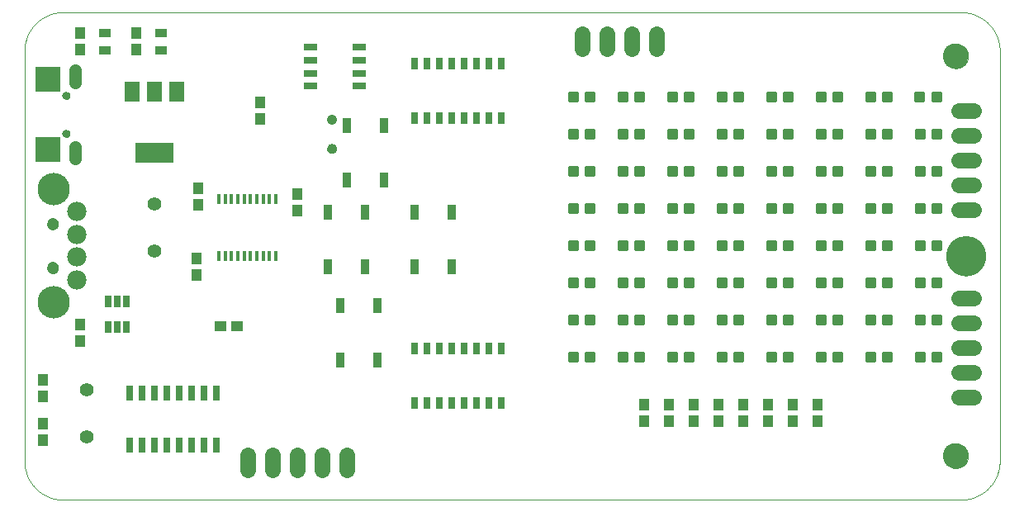
<source format=gts>
G75*
%MOIN*%
%OFA0B0*%
%FSLAX25Y25*%
%IPPOS*%
%LPD*%
%AMOC8*
5,1,8,0,0,1.08239X$1,22.5*
%
%ADD10C,0.00000*%
%ADD11C,0.16148*%
%ADD12C,0.01301*%
%ADD13R,0.04337X0.04731*%
%ADD14C,0.05600*%
%ADD15R,0.02900X0.06400*%
%ADD16C,0.07800*%
%ADD17C,0.13061*%
%ADD18C,0.04731*%
%ADD19R,0.06300X0.08300*%
%ADD20R,0.15400X0.08300*%
%ADD21R,0.05124X0.03550*%
%ADD22R,0.01600X0.04300*%
%ADD23R,0.02762X0.05124*%
%ADD24R,0.03400X0.06400*%
%ADD25C,0.06400*%
%ADD26R,0.02565X0.05124*%
%ADD27R,0.04731X0.04337*%
%ADD28C,0.10243*%
%ADD29R,0.05400X0.02900*%
%ADD30C,0.03943*%
%ADD31C,0.03156*%
%ADD32R,0.10243X0.10243*%
%ADD33C,0.05156*%
D10*
X0059668Y0020048D02*
X0059668Y0185402D01*
X0059673Y0185783D01*
X0059686Y0186163D01*
X0059709Y0186543D01*
X0059742Y0186922D01*
X0059783Y0187300D01*
X0059833Y0187677D01*
X0059893Y0188053D01*
X0059961Y0188428D01*
X0060039Y0188800D01*
X0060126Y0189171D01*
X0060221Y0189539D01*
X0060326Y0189905D01*
X0060439Y0190268D01*
X0060561Y0190629D01*
X0060691Y0190986D01*
X0060831Y0191340D01*
X0060978Y0191691D01*
X0061135Y0192038D01*
X0061299Y0192381D01*
X0061472Y0192720D01*
X0061653Y0193055D01*
X0061842Y0193386D01*
X0062039Y0193711D01*
X0062243Y0194032D01*
X0062456Y0194348D01*
X0062676Y0194658D01*
X0062903Y0194964D01*
X0063138Y0195263D01*
X0063380Y0195557D01*
X0063628Y0195845D01*
X0063884Y0196127D01*
X0064147Y0196402D01*
X0064416Y0196671D01*
X0064691Y0196934D01*
X0064973Y0197190D01*
X0065261Y0197438D01*
X0065555Y0197680D01*
X0065854Y0197915D01*
X0066160Y0198142D01*
X0066470Y0198362D01*
X0066786Y0198575D01*
X0067107Y0198779D01*
X0067432Y0198976D01*
X0067763Y0199165D01*
X0068098Y0199346D01*
X0068437Y0199519D01*
X0068780Y0199683D01*
X0069127Y0199840D01*
X0069478Y0199987D01*
X0069832Y0200127D01*
X0070189Y0200257D01*
X0070550Y0200379D01*
X0070913Y0200492D01*
X0071279Y0200597D01*
X0071647Y0200692D01*
X0072018Y0200779D01*
X0072390Y0200857D01*
X0072765Y0200925D01*
X0073141Y0200985D01*
X0073518Y0201035D01*
X0073896Y0201076D01*
X0074275Y0201109D01*
X0074655Y0201132D01*
X0075035Y0201145D01*
X0075416Y0201150D01*
X0437620Y0201150D01*
X0438001Y0201145D01*
X0438381Y0201132D01*
X0438761Y0201109D01*
X0439140Y0201076D01*
X0439518Y0201035D01*
X0439895Y0200985D01*
X0440271Y0200925D01*
X0440646Y0200857D01*
X0441018Y0200779D01*
X0441389Y0200692D01*
X0441757Y0200597D01*
X0442123Y0200492D01*
X0442486Y0200379D01*
X0442847Y0200257D01*
X0443204Y0200127D01*
X0443558Y0199987D01*
X0443909Y0199840D01*
X0444256Y0199683D01*
X0444599Y0199519D01*
X0444938Y0199346D01*
X0445273Y0199165D01*
X0445604Y0198976D01*
X0445929Y0198779D01*
X0446250Y0198575D01*
X0446566Y0198362D01*
X0446876Y0198142D01*
X0447182Y0197915D01*
X0447481Y0197680D01*
X0447775Y0197438D01*
X0448063Y0197190D01*
X0448345Y0196934D01*
X0448620Y0196671D01*
X0448889Y0196402D01*
X0449152Y0196127D01*
X0449408Y0195845D01*
X0449656Y0195557D01*
X0449898Y0195263D01*
X0450133Y0194964D01*
X0450360Y0194658D01*
X0450580Y0194348D01*
X0450793Y0194032D01*
X0450997Y0193711D01*
X0451194Y0193386D01*
X0451383Y0193055D01*
X0451564Y0192720D01*
X0451737Y0192381D01*
X0451901Y0192038D01*
X0452058Y0191691D01*
X0452205Y0191340D01*
X0452345Y0190986D01*
X0452475Y0190629D01*
X0452597Y0190268D01*
X0452710Y0189905D01*
X0452815Y0189539D01*
X0452910Y0189171D01*
X0452997Y0188800D01*
X0453075Y0188428D01*
X0453143Y0188053D01*
X0453203Y0187677D01*
X0453253Y0187300D01*
X0453294Y0186922D01*
X0453327Y0186543D01*
X0453350Y0186163D01*
X0453363Y0185783D01*
X0453368Y0185402D01*
X0453369Y0185402D02*
X0453369Y0020048D01*
X0453368Y0020048D02*
X0453363Y0019667D01*
X0453350Y0019287D01*
X0453327Y0018907D01*
X0453294Y0018528D01*
X0453253Y0018150D01*
X0453203Y0017773D01*
X0453143Y0017397D01*
X0453075Y0017022D01*
X0452997Y0016650D01*
X0452910Y0016279D01*
X0452815Y0015911D01*
X0452710Y0015545D01*
X0452597Y0015182D01*
X0452475Y0014821D01*
X0452345Y0014464D01*
X0452205Y0014110D01*
X0452058Y0013759D01*
X0451901Y0013412D01*
X0451737Y0013069D01*
X0451564Y0012730D01*
X0451383Y0012395D01*
X0451194Y0012064D01*
X0450997Y0011739D01*
X0450793Y0011418D01*
X0450580Y0011102D01*
X0450360Y0010792D01*
X0450133Y0010486D01*
X0449898Y0010187D01*
X0449656Y0009893D01*
X0449408Y0009605D01*
X0449152Y0009323D01*
X0448889Y0009048D01*
X0448620Y0008779D01*
X0448345Y0008516D01*
X0448063Y0008260D01*
X0447775Y0008012D01*
X0447481Y0007770D01*
X0447182Y0007535D01*
X0446876Y0007308D01*
X0446566Y0007088D01*
X0446250Y0006875D01*
X0445929Y0006671D01*
X0445604Y0006474D01*
X0445273Y0006285D01*
X0444938Y0006104D01*
X0444599Y0005931D01*
X0444256Y0005767D01*
X0443909Y0005610D01*
X0443558Y0005463D01*
X0443204Y0005323D01*
X0442847Y0005193D01*
X0442486Y0005071D01*
X0442123Y0004958D01*
X0441757Y0004853D01*
X0441389Y0004758D01*
X0441018Y0004671D01*
X0440646Y0004593D01*
X0440271Y0004525D01*
X0439895Y0004465D01*
X0439518Y0004415D01*
X0439140Y0004374D01*
X0438761Y0004341D01*
X0438381Y0004318D01*
X0438001Y0004305D01*
X0437620Y0004300D01*
X0075416Y0004300D01*
X0075035Y0004305D01*
X0074655Y0004318D01*
X0074275Y0004341D01*
X0073896Y0004374D01*
X0073518Y0004415D01*
X0073141Y0004465D01*
X0072765Y0004525D01*
X0072390Y0004593D01*
X0072018Y0004671D01*
X0071647Y0004758D01*
X0071279Y0004853D01*
X0070913Y0004958D01*
X0070550Y0005071D01*
X0070189Y0005193D01*
X0069832Y0005323D01*
X0069478Y0005463D01*
X0069127Y0005610D01*
X0068780Y0005767D01*
X0068437Y0005931D01*
X0068098Y0006104D01*
X0067763Y0006285D01*
X0067432Y0006474D01*
X0067107Y0006671D01*
X0066786Y0006875D01*
X0066470Y0007088D01*
X0066160Y0007308D01*
X0065854Y0007535D01*
X0065555Y0007770D01*
X0065261Y0008012D01*
X0064973Y0008260D01*
X0064691Y0008516D01*
X0064416Y0008779D01*
X0064147Y0009048D01*
X0063884Y0009323D01*
X0063628Y0009605D01*
X0063380Y0009893D01*
X0063138Y0010187D01*
X0062903Y0010486D01*
X0062676Y0010792D01*
X0062456Y0011102D01*
X0062243Y0011418D01*
X0062039Y0011739D01*
X0061842Y0012064D01*
X0061653Y0012395D01*
X0061472Y0012730D01*
X0061299Y0013069D01*
X0061135Y0013412D01*
X0060978Y0013759D01*
X0060831Y0014110D01*
X0060691Y0014464D01*
X0060561Y0014821D01*
X0060439Y0015182D01*
X0060326Y0015545D01*
X0060221Y0015911D01*
X0060126Y0016279D01*
X0060039Y0016650D01*
X0059961Y0017022D01*
X0059893Y0017397D01*
X0059833Y0017773D01*
X0059783Y0018150D01*
X0059742Y0018528D01*
X0059709Y0018907D01*
X0059686Y0019287D01*
X0059673Y0019667D01*
X0059668Y0020048D01*
X0068920Y0097942D02*
X0068922Y0098035D01*
X0068928Y0098127D01*
X0068938Y0098219D01*
X0068952Y0098310D01*
X0068969Y0098401D01*
X0068991Y0098491D01*
X0069016Y0098580D01*
X0069045Y0098668D01*
X0069078Y0098754D01*
X0069115Y0098839D01*
X0069155Y0098923D01*
X0069199Y0099004D01*
X0069246Y0099084D01*
X0069296Y0099162D01*
X0069350Y0099237D01*
X0069407Y0099310D01*
X0069467Y0099380D01*
X0069530Y0099448D01*
X0069596Y0099513D01*
X0069664Y0099575D01*
X0069735Y0099635D01*
X0069809Y0099691D01*
X0069885Y0099744D01*
X0069963Y0099793D01*
X0070043Y0099840D01*
X0070125Y0099882D01*
X0070209Y0099922D01*
X0070294Y0099957D01*
X0070381Y0099989D01*
X0070469Y0100018D01*
X0070558Y0100042D01*
X0070648Y0100063D01*
X0070739Y0100079D01*
X0070831Y0100092D01*
X0070923Y0100101D01*
X0071016Y0100106D01*
X0071108Y0100107D01*
X0071201Y0100104D01*
X0071293Y0100097D01*
X0071385Y0100086D01*
X0071476Y0100071D01*
X0071567Y0100053D01*
X0071657Y0100030D01*
X0071745Y0100004D01*
X0071833Y0099974D01*
X0071919Y0099940D01*
X0072003Y0099903D01*
X0072086Y0099861D01*
X0072167Y0099817D01*
X0072247Y0099769D01*
X0072324Y0099718D01*
X0072398Y0099663D01*
X0072471Y0099605D01*
X0072541Y0099545D01*
X0072608Y0099481D01*
X0072672Y0099415D01*
X0072734Y0099345D01*
X0072792Y0099274D01*
X0072847Y0099200D01*
X0072899Y0099123D01*
X0072948Y0099044D01*
X0072994Y0098964D01*
X0073036Y0098881D01*
X0073074Y0098797D01*
X0073109Y0098711D01*
X0073140Y0098624D01*
X0073167Y0098536D01*
X0073190Y0098446D01*
X0073210Y0098356D01*
X0073226Y0098265D01*
X0073238Y0098173D01*
X0073246Y0098081D01*
X0073250Y0097988D01*
X0073250Y0097896D01*
X0073246Y0097803D01*
X0073238Y0097711D01*
X0073226Y0097619D01*
X0073210Y0097528D01*
X0073190Y0097438D01*
X0073167Y0097348D01*
X0073140Y0097260D01*
X0073109Y0097173D01*
X0073074Y0097087D01*
X0073036Y0097003D01*
X0072994Y0096920D01*
X0072948Y0096840D01*
X0072899Y0096761D01*
X0072847Y0096684D01*
X0072792Y0096610D01*
X0072734Y0096539D01*
X0072672Y0096469D01*
X0072608Y0096403D01*
X0072541Y0096339D01*
X0072471Y0096279D01*
X0072398Y0096221D01*
X0072324Y0096166D01*
X0072247Y0096115D01*
X0072168Y0096067D01*
X0072086Y0096023D01*
X0072003Y0095981D01*
X0071919Y0095944D01*
X0071833Y0095910D01*
X0071745Y0095880D01*
X0071657Y0095854D01*
X0071567Y0095831D01*
X0071476Y0095813D01*
X0071385Y0095798D01*
X0071293Y0095787D01*
X0071201Y0095780D01*
X0071108Y0095777D01*
X0071016Y0095778D01*
X0070923Y0095783D01*
X0070831Y0095792D01*
X0070739Y0095805D01*
X0070648Y0095821D01*
X0070558Y0095842D01*
X0070469Y0095866D01*
X0070381Y0095895D01*
X0070294Y0095927D01*
X0070209Y0095962D01*
X0070125Y0096002D01*
X0070043Y0096044D01*
X0069963Y0096091D01*
X0069885Y0096140D01*
X0069809Y0096193D01*
X0069735Y0096249D01*
X0069664Y0096309D01*
X0069596Y0096371D01*
X0069530Y0096436D01*
X0069467Y0096504D01*
X0069407Y0096574D01*
X0069350Y0096647D01*
X0069296Y0096722D01*
X0069246Y0096800D01*
X0069199Y0096880D01*
X0069155Y0096961D01*
X0069115Y0097045D01*
X0069078Y0097130D01*
X0069045Y0097216D01*
X0069016Y0097304D01*
X0068991Y0097393D01*
X0068969Y0097483D01*
X0068952Y0097574D01*
X0068938Y0097665D01*
X0068928Y0097757D01*
X0068922Y0097849D01*
X0068920Y0097942D01*
X0068920Y0115658D02*
X0068922Y0115751D01*
X0068928Y0115843D01*
X0068938Y0115935D01*
X0068952Y0116026D01*
X0068969Y0116117D01*
X0068991Y0116207D01*
X0069016Y0116296D01*
X0069045Y0116384D01*
X0069078Y0116470D01*
X0069115Y0116555D01*
X0069155Y0116639D01*
X0069199Y0116720D01*
X0069246Y0116800D01*
X0069296Y0116878D01*
X0069350Y0116953D01*
X0069407Y0117026D01*
X0069467Y0117096D01*
X0069530Y0117164D01*
X0069596Y0117229D01*
X0069664Y0117291D01*
X0069735Y0117351D01*
X0069809Y0117407D01*
X0069885Y0117460D01*
X0069963Y0117509D01*
X0070043Y0117556D01*
X0070125Y0117598D01*
X0070209Y0117638D01*
X0070294Y0117673D01*
X0070381Y0117705D01*
X0070469Y0117734D01*
X0070558Y0117758D01*
X0070648Y0117779D01*
X0070739Y0117795D01*
X0070831Y0117808D01*
X0070923Y0117817D01*
X0071016Y0117822D01*
X0071108Y0117823D01*
X0071201Y0117820D01*
X0071293Y0117813D01*
X0071385Y0117802D01*
X0071476Y0117787D01*
X0071567Y0117769D01*
X0071657Y0117746D01*
X0071745Y0117720D01*
X0071833Y0117690D01*
X0071919Y0117656D01*
X0072003Y0117619D01*
X0072086Y0117577D01*
X0072167Y0117533D01*
X0072247Y0117485D01*
X0072324Y0117434D01*
X0072398Y0117379D01*
X0072471Y0117321D01*
X0072541Y0117261D01*
X0072608Y0117197D01*
X0072672Y0117131D01*
X0072734Y0117061D01*
X0072792Y0116990D01*
X0072847Y0116916D01*
X0072899Y0116839D01*
X0072948Y0116760D01*
X0072994Y0116680D01*
X0073036Y0116597D01*
X0073074Y0116513D01*
X0073109Y0116427D01*
X0073140Y0116340D01*
X0073167Y0116252D01*
X0073190Y0116162D01*
X0073210Y0116072D01*
X0073226Y0115981D01*
X0073238Y0115889D01*
X0073246Y0115797D01*
X0073250Y0115704D01*
X0073250Y0115612D01*
X0073246Y0115519D01*
X0073238Y0115427D01*
X0073226Y0115335D01*
X0073210Y0115244D01*
X0073190Y0115154D01*
X0073167Y0115064D01*
X0073140Y0114976D01*
X0073109Y0114889D01*
X0073074Y0114803D01*
X0073036Y0114719D01*
X0072994Y0114636D01*
X0072948Y0114556D01*
X0072899Y0114477D01*
X0072847Y0114400D01*
X0072792Y0114326D01*
X0072734Y0114255D01*
X0072672Y0114185D01*
X0072608Y0114119D01*
X0072541Y0114055D01*
X0072471Y0113995D01*
X0072398Y0113937D01*
X0072324Y0113882D01*
X0072247Y0113831D01*
X0072168Y0113783D01*
X0072086Y0113739D01*
X0072003Y0113697D01*
X0071919Y0113660D01*
X0071833Y0113626D01*
X0071745Y0113596D01*
X0071657Y0113570D01*
X0071567Y0113547D01*
X0071476Y0113529D01*
X0071385Y0113514D01*
X0071293Y0113503D01*
X0071201Y0113496D01*
X0071108Y0113493D01*
X0071016Y0113494D01*
X0070923Y0113499D01*
X0070831Y0113508D01*
X0070739Y0113521D01*
X0070648Y0113537D01*
X0070558Y0113558D01*
X0070469Y0113582D01*
X0070381Y0113611D01*
X0070294Y0113643D01*
X0070209Y0113678D01*
X0070125Y0113718D01*
X0070043Y0113760D01*
X0069963Y0113807D01*
X0069885Y0113856D01*
X0069809Y0113909D01*
X0069735Y0113965D01*
X0069664Y0114025D01*
X0069596Y0114087D01*
X0069530Y0114152D01*
X0069467Y0114220D01*
X0069407Y0114290D01*
X0069350Y0114363D01*
X0069296Y0114438D01*
X0069246Y0114516D01*
X0069199Y0114596D01*
X0069155Y0114677D01*
X0069115Y0114761D01*
X0069078Y0114846D01*
X0069045Y0114932D01*
X0069016Y0115020D01*
X0068991Y0115109D01*
X0068969Y0115199D01*
X0068952Y0115290D01*
X0068938Y0115381D01*
X0068928Y0115473D01*
X0068922Y0115565D01*
X0068920Y0115658D01*
X0067935Y0144457D02*
X0070298Y0144457D01*
X0070297Y0144457D02*
X0070360Y0144465D01*
X0070422Y0144476D01*
X0070484Y0144491D01*
X0070544Y0144509D01*
X0070604Y0144531D01*
X0070662Y0144556D01*
X0070718Y0144585D01*
X0070773Y0144617D01*
X0070825Y0144652D01*
X0070876Y0144690D01*
X0070924Y0144730D01*
X0070970Y0144774D01*
X0071013Y0144820D01*
X0071054Y0144869D01*
X0071092Y0144920D01*
X0071126Y0144972D01*
X0071158Y0145027D01*
X0071186Y0145084D01*
X0071211Y0145142D01*
X0071232Y0145202D01*
X0071250Y0145262D01*
X0071264Y0145324D01*
X0071275Y0145386D01*
X0071282Y0145449D01*
X0071286Y0145512D01*
X0071285Y0145575D01*
X0071282Y0145638D01*
X0071282Y0145639D02*
X0071285Y0145702D01*
X0071286Y0145765D01*
X0071282Y0145828D01*
X0071275Y0145891D01*
X0071264Y0145953D01*
X0071250Y0146015D01*
X0071232Y0146075D01*
X0071211Y0146135D01*
X0071186Y0146193D01*
X0071158Y0146250D01*
X0071126Y0146305D01*
X0071092Y0146357D01*
X0071054Y0146408D01*
X0071013Y0146457D01*
X0070970Y0146503D01*
X0070924Y0146547D01*
X0070876Y0146587D01*
X0070825Y0146625D01*
X0070773Y0146660D01*
X0070718Y0146692D01*
X0070662Y0146721D01*
X0070604Y0146746D01*
X0070544Y0146768D01*
X0070484Y0146786D01*
X0070422Y0146801D01*
X0070360Y0146812D01*
X0070297Y0146820D01*
X0070298Y0146820D02*
X0067935Y0146820D01*
X0067936Y0146820D02*
X0067870Y0146812D01*
X0067806Y0146800D01*
X0067742Y0146784D01*
X0067679Y0146765D01*
X0067618Y0146741D01*
X0067558Y0146714D01*
X0067500Y0146684D01*
X0067444Y0146650D01*
X0067390Y0146613D01*
X0067338Y0146572D01*
X0067289Y0146528D01*
X0067242Y0146482D01*
X0067199Y0146433D01*
X0067158Y0146381D01*
X0067121Y0146327D01*
X0067087Y0146271D01*
X0067057Y0146213D01*
X0067030Y0146153D01*
X0067006Y0146092D01*
X0066987Y0146029D01*
X0066971Y0145965D01*
X0066959Y0145901D01*
X0066951Y0145835D01*
X0066947Y0145770D01*
X0066947Y0145704D01*
X0066951Y0145639D01*
X0066951Y0145638D02*
X0066947Y0145573D01*
X0066947Y0145507D01*
X0066951Y0145442D01*
X0066959Y0145376D01*
X0066971Y0145312D01*
X0066987Y0145248D01*
X0067006Y0145185D01*
X0067030Y0145124D01*
X0067057Y0145064D01*
X0067087Y0145006D01*
X0067121Y0144950D01*
X0067158Y0144896D01*
X0067199Y0144844D01*
X0067242Y0144795D01*
X0067289Y0144749D01*
X0067338Y0144705D01*
X0067390Y0144664D01*
X0067444Y0144627D01*
X0067500Y0144593D01*
X0067558Y0144563D01*
X0067618Y0144536D01*
X0067679Y0144512D01*
X0067742Y0144493D01*
X0067806Y0144477D01*
X0067870Y0144465D01*
X0067936Y0144457D01*
X0075219Y0152135D02*
X0075221Y0152209D01*
X0075227Y0152283D01*
X0075237Y0152356D01*
X0075251Y0152429D01*
X0075268Y0152501D01*
X0075290Y0152571D01*
X0075315Y0152641D01*
X0075344Y0152709D01*
X0075377Y0152775D01*
X0075413Y0152840D01*
X0075453Y0152902D01*
X0075495Y0152963D01*
X0075541Y0153021D01*
X0075590Y0153076D01*
X0075642Y0153129D01*
X0075697Y0153179D01*
X0075754Y0153225D01*
X0075814Y0153269D01*
X0075876Y0153309D01*
X0075940Y0153346D01*
X0076006Y0153380D01*
X0076074Y0153410D01*
X0076143Y0153436D01*
X0076214Y0153459D01*
X0076285Y0153477D01*
X0076358Y0153492D01*
X0076431Y0153503D01*
X0076505Y0153510D01*
X0076579Y0153513D01*
X0076652Y0153512D01*
X0076726Y0153507D01*
X0076800Y0153498D01*
X0076873Y0153485D01*
X0076945Y0153468D01*
X0077016Y0153448D01*
X0077086Y0153423D01*
X0077154Y0153395D01*
X0077221Y0153364D01*
X0077286Y0153328D01*
X0077349Y0153290D01*
X0077410Y0153248D01*
X0077469Y0153202D01*
X0077525Y0153154D01*
X0077578Y0153103D01*
X0077628Y0153049D01*
X0077676Y0152992D01*
X0077720Y0152933D01*
X0077762Y0152871D01*
X0077800Y0152808D01*
X0077834Y0152742D01*
X0077865Y0152675D01*
X0077892Y0152606D01*
X0077915Y0152536D01*
X0077935Y0152465D01*
X0077951Y0152392D01*
X0077963Y0152319D01*
X0077971Y0152246D01*
X0077975Y0152172D01*
X0077975Y0152098D01*
X0077971Y0152024D01*
X0077963Y0151951D01*
X0077951Y0151878D01*
X0077935Y0151805D01*
X0077915Y0151734D01*
X0077892Y0151664D01*
X0077865Y0151595D01*
X0077834Y0151528D01*
X0077800Y0151462D01*
X0077762Y0151399D01*
X0077720Y0151337D01*
X0077676Y0151278D01*
X0077628Y0151221D01*
X0077578Y0151167D01*
X0077525Y0151116D01*
X0077469Y0151068D01*
X0077410Y0151022D01*
X0077349Y0150980D01*
X0077286Y0150942D01*
X0077221Y0150906D01*
X0077154Y0150875D01*
X0077086Y0150847D01*
X0077016Y0150822D01*
X0076945Y0150802D01*
X0076873Y0150785D01*
X0076800Y0150772D01*
X0076726Y0150763D01*
X0076652Y0150758D01*
X0076579Y0150757D01*
X0076505Y0150760D01*
X0076431Y0150767D01*
X0076358Y0150778D01*
X0076285Y0150793D01*
X0076214Y0150811D01*
X0076143Y0150834D01*
X0076074Y0150860D01*
X0076006Y0150890D01*
X0075940Y0150924D01*
X0075876Y0150961D01*
X0075814Y0151001D01*
X0075754Y0151045D01*
X0075697Y0151091D01*
X0075642Y0151141D01*
X0075590Y0151194D01*
X0075541Y0151249D01*
X0075495Y0151307D01*
X0075453Y0151368D01*
X0075413Y0151430D01*
X0075377Y0151495D01*
X0075344Y0151561D01*
X0075315Y0151629D01*
X0075290Y0151699D01*
X0075268Y0151769D01*
X0075251Y0151841D01*
X0075237Y0151914D01*
X0075227Y0151987D01*
X0075221Y0152061D01*
X0075219Y0152135D01*
X0075219Y0167489D02*
X0075221Y0167563D01*
X0075227Y0167637D01*
X0075237Y0167710D01*
X0075251Y0167783D01*
X0075268Y0167855D01*
X0075290Y0167925D01*
X0075315Y0167995D01*
X0075344Y0168063D01*
X0075377Y0168129D01*
X0075413Y0168194D01*
X0075453Y0168256D01*
X0075495Y0168317D01*
X0075541Y0168375D01*
X0075590Y0168430D01*
X0075642Y0168483D01*
X0075697Y0168533D01*
X0075754Y0168579D01*
X0075814Y0168623D01*
X0075876Y0168663D01*
X0075940Y0168700D01*
X0076006Y0168734D01*
X0076074Y0168764D01*
X0076143Y0168790D01*
X0076214Y0168813D01*
X0076285Y0168831D01*
X0076358Y0168846D01*
X0076431Y0168857D01*
X0076505Y0168864D01*
X0076579Y0168867D01*
X0076652Y0168866D01*
X0076726Y0168861D01*
X0076800Y0168852D01*
X0076873Y0168839D01*
X0076945Y0168822D01*
X0077016Y0168802D01*
X0077086Y0168777D01*
X0077154Y0168749D01*
X0077221Y0168718D01*
X0077286Y0168682D01*
X0077349Y0168644D01*
X0077410Y0168602D01*
X0077469Y0168556D01*
X0077525Y0168508D01*
X0077578Y0168457D01*
X0077628Y0168403D01*
X0077676Y0168346D01*
X0077720Y0168287D01*
X0077762Y0168225D01*
X0077800Y0168162D01*
X0077834Y0168096D01*
X0077865Y0168029D01*
X0077892Y0167960D01*
X0077915Y0167890D01*
X0077935Y0167819D01*
X0077951Y0167746D01*
X0077963Y0167673D01*
X0077971Y0167600D01*
X0077975Y0167526D01*
X0077975Y0167452D01*
X0077971Y0167378D01*
X0077963Y0167305D01*
X0077951Y0167232D01*
X0077935Y0167159D01*
X0077915Y0167088D01*
X0077892Y0167018D01*
X0077865Y0166949D01*
X0077834Y0166882D01*
X0077800Y0166816D01*
X0077762Y0166753D01*
X0077720Y0166691D01*
X0077676Y0166632D01*
X0077628Y0166575D01*
X0077578Y0166521D01*
X0077525Y0166470D01*
X0077469Y0166422D01*
X0077410Y0166376D01*
X0077349Y0166334D01*
X0077286Y0166296D01*
X0077221Y0166260D01*
X0077154Y0166229D01*
X0077086Y0166201D01*
X0077016Y0166176D01*
X0076945Y0166156D01*
X0076873Y0166139D01*
X0076800Y0166126D01*
X0076726Y0166117D01*
X0076652Y0166112D01*
X0076579Y0166111D01*
X0076505Y0166114D01*
X0076431Y0166121D01*
X0076358Y0166132D01*
X0076285Y0166147D01*
X0076214Y0166165D01*
X0076143Y0166188D01*
X0076074Y0166214D01*
X0076006Y0166244D01*
X0075940Y0166278D01*
X0075876Y0166315D01*
X0075814Y0166355D01*
X0075754Y0166399D01*
X0075697Y0166445D01*
X0075642Y0166495D01*
X0075590Y0166548D01*
X0075541Y0166603D01*
X0075495Y0166661D01*
X0075453Y0166722D01*
X0075413Y0166784D01*
X0075377Y0166849D01*
X0075344Y0166915D01*
X0075315Y0166983D01*
X0075290Y0167053D01*
X0075268Y0167123D01*
X0075251Y0167195D01*
X0075237Y0167268D01*
X0075227Y0167341D01*
X0075221Y0167415D01*
X0075219Y0167489D01*
X0070298Y0172804D02*
X0067935Y0172804D01*
X0067936Y0172804D02*
X0067870Y0172812D01*
X0067806Y0172824D01*
X0067742Y0172840D01*
X0067679Y0172859D01*
X0067618Y0172883D01*
X0067558Y0172910D01*
X0067500Y0172940D01*
X0067444Y0172974D01*
X0067390Y0173011D01*
X0067338Y0173052D01*
X0067289Y0173096D01*
X0067242Y0173142D01*
X0067199Y0173191D01*
X0067158Y0173243D01*
X0067121Y0173297D01*
X0067087Y0173353D01*
X0067057Y0173411D01*
X0067030Y0173471D01*
X0067006Y0173532D01*
X0066987Y0173595D01*
X0066971Y0173659D01*
X0066959Y0173723D01*
X0066951Y0173789D01*
X0066947Y0173854D01*
X0066947Y0173920D01*
X0066951Y0173985D01*
X0066947Y0174050D01*
X0066947Y0174116D01*
X0066951Y0174181D01*
X0066959Y0174247D01*
X0066971Y0174311D01*
X0066987Y0174375D01*
X0067006Y0174438D01*
X0067030Y0174499D01*
X0067057Y0174559D01*
X0067087Y0174617D01*
X0067121Y0174673D01*
X0067158Y0174727D01*
X0067199Y0174779D01*
X0067242Y0174828D01*
X0067289Y0174874D01*
X0067338Y0174918D01*
X0067390Y0174959D01*
X0067444Y0174996D01*
X0067500Y0175030D01*
X0067558Y0175060D01*
X0067618Y0175087D01*
X0067679Y0175111D01*
X0067742Y0175130D01*
X0067806Y0175146D01*
X0067870Y0175158D01*
X0067936Y0175166D01*
X0067935Y0175166D02*
X0070298Y0175166D01*
X0070297Y0175166D02*
X0070360Y0175158D01*
X0070422Y0175147D01*
X0070484Y0175132D01*
X0070544Y0175114D01*
X0070604Y0175092D01*
X0070662Y0175067D01*
X0070718Y0175038D01*
X0070773Y0175006D01*
X0070825Y0174971D01*
X0070876Y0174933D01*
X0070924Y0174893D01*
X0070970Y0174849D01*
X0071013Y0174803D01*
X0071054Y0174754D01*
X0071092Y0174703D01*
X0071126Y0174651D01*
X0071158Y0174596D01*
X0071186Y0174539D01*
X0071211Y0174481D01*
X0071232Y0174421D01*
X0071250Y0174361D01*
X0071264Y0174299D01*
X0071275Y0174237D01*
X0071282Y0174174D01*
X0071286Y0174111D01*
X0071285Y0174048D01*
X0071282Y0173985D01*
X0071285Y0173922D01*
X0071286Y0173859D01*
X0071282Y0173796D01*
X0071275Y0173733D01*
X0071264Y0173671D01*
X0071250Y0173609D01*
X0071232Y0173549D01*
X0071211Y0173489D01*
X0071186Y0173431D01*
X0071158Y0173374D01*
X0071126Y0173319D01*
X0071092Y0173267D01*
X0071054Y0173216D01*
X0071013Y0173167D01*
X0070970Y0173121D01*
X0070924Y0173077D01*
X0070876Y0173037D01*
X0070825Y0172999D01*
X0070773Y0172964D01*
X0070718Y0172932D01*
X0070662Y0172903D01*
X0070604Y0172878D01*
X0070544Y0172856D01*
X0070484Y0172838D01*
X0070422Y0172823D01*
X0070360Y0172812D01*
X0070297Y0172804D01*
X0181911Y0157843D02*
X0181913Y0157927D01*
X0181919Y0158010D01*
X0181929Y0158093D01*
X0181943Y0158176D01*
X0181960Y0158258D01*
X0181982Y0158339D01*
X0182007Y0158418D01*
X0182036Y0158497D01*
X0182069Y0158574D01*
X0182105Y0158649D01*
X0182145Y0158723D01*
X0182188Y0158795D01*
X0182235Y0158864D01*
X0182285Y0158931D01*
X0182338Y0158996D01*
X0182394Y0159058D01*
X0182452Y0159118D01*
X0182514Y0159175D01*
X0182578Y0159228D01*
X0182645Y0159279D01*
X0182714Y0159326D01*
X0182785Y0159371D01*
X0182858Y0159411D01*
X0182933Y0159448D01*
X0183010Y0159482D01*
X0183088Y0159512D01*
X0183167Y0159538D01*
X0183248Y0159561D01*
X0183330Y0159579D01*
X0183412Y0159594D01*
X0183495Y0159605D01*
X0183578Y0159612D01*
X0183662Y0159615D01*
X0183746Y0159614D01*
X0183829Y0159609D01*
X0183913Y0159600D01*
X0183995Y0159587D01*
X0184077Y0159571D01*
X0184158Y0159550D01*
X0184239Y0159526D01*
X0184317Y0159498D01*
X0184395Y0159466D01*
X0184471Y0159430D01*
X0184545Y0159391D01*
X0184617Y0159349D01*
X0184687Y0159303D01*
X0184755Y0159254D01*
X0184820Y0159202D01*
X0184883Y0159147D01*
X0184943Y0159089D01*
X0185001Y0159028D01*
X0185055Y0158964D01*
X0185107Y0158898D01*
X0185155Y0158830D01*
X0185200Y0158759D01*
X0185241Y0158686D01*
X0185280Y0158612D01*
X0185314Y0158536D01*
X0185345Y0158458D01*
X0185372Y0158379D01*
X0185396Y0158298D01*
X0185415Y0158217D01*
X0185431Y0158135D01*
X0185443Y0158052D01*
X0185451Y0157968D01*
X0185455Y0157885D01*
X0185455Y0157801D01*
X0185451Y0157718D01*
X0185443Y0157634D01*
X0185431Y0157551D01*
X0185415Y0157469D01*
X0185396Y0157388D01*
X0185372Y0157307D01*
X0185345Y0157228D01*
X0185314Y0157150D01*
X0185280Y0157074D01*
X0185241Y0157000D01*
X0185200Y0156927D01*
X0185155Y0156856D01*
X0185107Y0156788D01*
X0185055Y0156722D01*
X0185001Y0156658D01*
X0184943Y0156597D01*
X0184883Y0156539D01*
X0184820Y0156484D01*
X0184755Y0156432D01*
X0184687Y0156383D01*
X0184617Y0156337D01*
X0184545Y0156295D01*
X0184471Y0156256D01*
X0184395Y0156220D01*
X0184317Y0156188D01*
X0184239Y0156160D01*
X0184158Y0156136D01*
X0184077Y0156115D01*
X0183995Y0156099D01*
X0183913Y0156086D01*
X0183829Y0156077D01*
X0183746Y0156072D01*
X0183662Y0156071D01*
X0183578Y0156074D01*
X0183495Y0156081D01*
X0183412Y0156092D01*
X0183330Y0156107D01*
X0183248Y0156125D01*
X0183167Y0156148D01*
X0183088Y0156174D01*
X0183010Y0156204D01*
X0182933Y0156238D01*
X0182858Y0156275D01*
X0182785Y0156315D01*
X0182714Y0156360D01*
X0182645Y0156407D01*
X0182578Y0156458D01*
X0182514Y0156511D01*
X0182452Y0156568D01*
X0182394Y0156628D01*
X0182338Y0156690D01*
X0182285Y0156755D01*
X0182235Y0156822D01*
X0182188Y0156891D01*
X0182145Y0156963D01*
X0182105Y0157037D01*
X0182069Y0157112D01*
X0182036Y0157189D01*
X0182007Y0157268D01*
X0181982Y0157347D01*
X0181960Y0157428D01*
X0181943Y0157510D01*
X0181929Y0157593D01*
X0181919Y0157676D01*
X0181913Y0157759D01*
X0181911Y0157843D01*
X0181911Y0146032D02*
X0181913Y0146116D01*
X0181919Y0146199D01*
X0181929Y0146282D01*
X0181943Y0146365D01*
X0181960Y0146447D01*
X0181982Y0146528D01*
X0182007Y0146607D01*
X0182036Y0146686D01*
X0182069Y0146763D01*
X0182105Y0146838D01*
X0182145Y0146912D01*
X0182188Y0146984D01*
X0182235Y0147053D01*
X0182285Y0147120D01*
X0182338Y0147185D01*
X0182394Y0147247D01*
X0182452Y0147307D01*
X0182514Y0147364D01*
X0182578Y0147417D01*
X0182645Y0147468D01*
X0182714Y0147515D01*
X0182785Y0147560D01*
X0182858Y0147600D01*
X0182933Y0147637D01*
X0183010Y0147671D01*
X0183088Y0147701D01*
X0183167Y0147727D01*
X0183248Y0147750D01*
X0183330Y0147768D01*
X0183412Y0147783D01*
X0183495Y0147794D01*
X0183578Y0147801D01*
X0183662Y0147804D01*
X0183746Y0147803D01*
X0183829Y0147798D01*
X0183913Y0147789D01*
X0183995Y0147776D01*
X0184077Y0147760D01*
X0184158Y0147739D01*
X0184239Y0147715D01*
X0184317Y0147687D01*
X0184395Y0147655D01*
X0184471Y0147619D01*
X0184545Y0147580D01*
X0184617Y0147538D01*
X0184687Y0147492D01*
X0184755Y0147443D01*
X0184820Y0147391D01*
X0184883Y0147336D01*
X0184943Y0147278D01*
X0185001Y0147217D01*
X0185055Y0147153D01*
X0185107Y0147087D01*
X0185155Y0147019D01*
X0185200Y0146948D01*
X0185241Y0146875D01*
X0185280Y0146801D01*
X0185314Y0146725D01*
X0185345Y0146647D01*
X0185372Y0146568D01*
X0185396Y0146487D01*
X0185415Y0146406D01*
X0185431Y0146324D01*
X0185443Y0146241D01*
X0185451Y0146157D01*
X0185455Y0146074D01*
X0185455Y0145990D01*
X0185451Y0145907D01*
X0185443Y0145823D01*
X0185431Y0145740D01*
X0185415Y0145658D01*
X0185396Y0145577D01*
X0185372Y0145496D01*
X0185345Y0145417D01*
X0185314Y0145339D01*
X0185280Y0145263D01*
X0185241Y0145189D01*
X0185200Y0145116D01*
X0185155Y0145045D01*
X0185107Y0144977D01*
X0185055Y0144911D01*
X0185001Y0144847D01*
X0184943Y0144786D01*
X0184883Y0144728D01*
X0184820Y0144673D01*
X0184755Y0144621D01*
X0184687Y0144572D01*
X0184617Y0144526D01*
X0184545Y0144484D01*
X0184471Y0144445D01*
X0184395Y0144409D01*
X0184317Y0144377D01*
X0184239Y0144349D01*
X0184158Y0144325D01*
X0184077Y0144304D01*
X0183995Y0144288D01*
X0183913Y0144275D01*
X0183829Y0144266D01*
X0183746Y0144261D01*
X0183662Y0144260D01*
X0183578Y0144263D01*
X0183495Y0144270D01*
X0183412Y0144281D01*
X0183330Y0144296D01*
X0183248Y0144314D01*
X0183167Y0144337D01*
X0183088Y0144363D01*
X0183010Y0144393D01*
X0182933Y0144427D01*
X0182858Y0144464D01*
X0182785Y0144504D01*
X0182714Y0144549D01*
X0182645Y0144596D01*
X0182578Y0144647D01*
X0182514Y0144700D01*
X0182452Y0144757D01*
X0182394Y0144817D01*
X0182338Y0144879D01*
X0182285Y0144944D01*
X0182235Y0145011D01*
X0182188Y0145080D01*
X0182145Y0145152D01*
X0182105Y0145226D01*
X0182069Y0145301D01*
X0182036Y0145378D01*
X0182007Y0145457D01*
X0181982Y0145536D01*
X0181960Y0145617D01*
X0181943Y0145699D01*
X0181929Y0145782D01*
X0181919Y0145865D01*
X0181913Y0145948D01*
X0181911Y0146032D01*
X0430731Y0183434D02*
X0430733Y0183574D01*
X0430739Y0183714D01*
X0430749Y0183853D01*
X0430763Y0183992D01*
X0430781Y0184131D01*
X0430802Y0184269D01*
X0430828Y0184407D01*
X0430858Y0184544D01*
X0430891Y0184679D01*
X0430929Y0184814D01*
X0430970Y0184948D01*
X0431015Y0185081D01*
X0431063Y0185212D01*
X0431116Y0185341D01*
X0431172Y0185470D01*
X0431231Y0185596D01*
X0431295Y0185721D01*
X0431361Y0185844D01*
X0431432Y0185965D01*
X0431505Y0186084D01*
X0431582Y0186201D01*
X0431663Y0186315D01*
X0431746Y0186427D01*
X0431833Y0186537D01*
X0431923Y0186645D01*
X0432015Y0186749D01*
X0432111Y0186851D01*
X0432210Y0186951D01*
X0432311Y0187047D01*
X0432415Y0187141D01*
X0432522Y0187231D01*
X0432631Y0187318D01*
X0432743Y0187403D01*
X0432857Y0187484D01*
X0432973Y0187562D01*
X0433091Y0187636D01*
X0433212Y0187707D01*
X0433334Y0187775D01*
X0433459Y0187839D01*
X0433585Y0187900D01*
X0433712Y0187957D01*
X0433842Y0188010D01*
X0433973Y0188060D01*
X0434105Y0188105D01*
X0434238Y0188148D01*
X0434373Y0188186D01*
X0434508Y0188220D01*
X0434645Y0188251D01*
X0434782Y0188278D01*
X0434920Y0188300D01*
X0435059Y0188319D01*
X0435198Y0188334D01*
X0435337Y0188345D01*
X0435477Y0188352D01*
X0435617Y0188355D01*
X0435757Y0188354D01*
X0435897Y0188349D01*
X0436036Y0188340D01*
X0436176Y0188327D01*
X0436315Y0188310D01*
X0436453Y0188289D01*
X0436591Y0188265D01*
X0436728Y0188236D01*
X0436864Y0188204D01*
X0436999Y0188167D01*
X0437133Y0188127D01*
X0437266Y0188083D01*
X0437397Y0188035D01*
X0437527Y0187984D01*
X0437656Y0187929D01*
X0437783Y0187870D01*
X0437908Y0187807D01*
X0438031Y0187742D01*
X0438153Y0187672D01*
X0438272Y0187599D01*
X0438390Y0187523D01*
X0438505Y0187444D01*
X0438618Y0187361D01*
X0438728Y0187275D01*
X0438836Y0187186D01*
X0438941Y0187094D01*
X0439044Y0186999D01*
X0439144Y0186901D01*
X0439241Y0186801D01*
X0439335Y0186697D01*
X0439427Y0186591D01*
X0439515Y0186483D01*
X0439600Y0186372D01*
X0439682Y0186258D01*
X0439761Y0186142D01*
X0439836Y0186025D01*
X0439908Y0185905D01*
X0439976Y0185783D01*
X0440041Y0185659D01*
X0440103Y0185533D01*
X0440161Y0185406D01*
X0440215Y0185277D01*
X0440266Y0185146D01*
X0440312Y0185014D01*
X0440355Y0184881D01*
X0440395Y0184747D01*
X0440430Y0184612D01*
X0440462Y0184475D01*
X0440489Y0184338D01*
X0440513Y0184200D01*
X0440533Y0184062D01*
X0440549Y0183923D01*
X0440561Y0183783D01*
X0440569Y0183644D01*
X0440573Y0183504D01*
X0440573Y0183364D01*
X0440569Y0183224D01*
X0440561Y0183085D01*
X0440549Y0182945D01*
X0440533Y0182806D01*
X0440513Y0182668D01*
X0440489Y0182530D01*
X0440462Y0182393D01*
X0440430Y0182256D01*
X0440395Y0182121D01*
X0440355Y0181987D01*
X0440312Y0181854D01*
X0440266Y0181722D01*
X0440215Y0181591D01*
X0440161Y0181462D01*
X0440103Y0181335D01*
X0440041Y0181209D01*
X0439976Y0181085D01*
X0439908Y0180963D01*
X0439836Y0180843D01*
X0439761Y0180726D01*
X0439682Y0180610D01*
X0439600Y0180496D01*
X0439515Y0180385D01*
X0439427Y0180277D01*
X0439335Y0180171D01*
X0439241Y0180067D01*
X0439144Y0179967D01*
X0439044Y0179869D01*
X0438941Y0179774D01*
X0438836Y0179682D01*
X0438728Y0179593D01*
X0438618Y0179507D01*
X0438505Y0179424D01*
X0438390Y0179345D01*
X0438272Y0179269D01*
X0438153Y0179196D01*
X0438031Y0179126D01*
X0437908Y0179061D01*
X0437783Y0178998D01*
X0437656Y0178939D01*
X0437527Y0178884D01*
X0437397Y0178833D01*
X0437266Y0178785D01*
X0437133Y0178741D01*
X0436999Y0178701D01*
X0436864Y0178664D01*
X0436728Y0178632D01*
X0436591Y0178603D01*
X0436453Y0178579D01*
X0436315Y0178558D01*
X0436176Y0178541D01*
X0436036Y0178528D01*
X0435897Y0178519D01*
X0435757Y0178514D01*
X0435617Y0178513D01*
X0435477Y0178516D01*
X0435337Y0178523D01*
X0435198Y0178534D01*
X0435059Y0178549D01*
X0434920Y0178568D01*
X0434782Y0178590D01*
X0434645Y0178617D01*
X0434508Y0178648D01*
X0434373Y0178682D01*
X0434238Y0178720D01*
X0434105Y0178763D01*
X0433973Y0178808D01*
X0433842Y0178858D01*
X0433712Y0178911D01*
X0433585Y0178968D01*
X0433459Y0179029D01*
X0433334Y0179093D01*
X0433212Y0179161D01*
X0433091Y0179232D01*
X0432973Y0179306D01*
X0432857Y0179384D01*
X0432743Y0179465D01*
X0432631Y0179550D01*
X0432522Y0179637D01*
X0432415Y0179727D01*
X0432311Y0179821D01*
X0432210Y0179917D01*
X0432111Y0180017D01*
X0432015Y0180119D01*
X0431923Y0180223D01*
X0431833Y0180331D01*
X0431746Y0180441D01*
X0431663Y0180553D01*
X0431582Y0180667D01*
X0431505Y0180784D01*
X0431432Y0180903D01*
X0431361Y0181024D01*
X0431295Y0181147D01*
X0431231Y0181272D01*
X0431172Y0181398D01*
X0431116Y0181527D01*
X0431063Y0181656D01*
X0431015Y0181787D01*
X0430970Y0181920D01*
X0430929Y0182054D01*
X0430891Y0182189D01*
X0430858Y0182324D01*
X0430828Y0182461D01*
X0430802Y0182599D01*
X0430781Y0182737D01*
X0430763Y0182876D01*
X0430749Y0183015D01*
X0430739Y0183154D01*
X0430733Y0183294D01*
X0430731Y0183434D01*
X0431794Y0102725D02*
X0431796Y0102918D01*
X0431803Y0103111D01*
X0431815Y0103304D01*
X0431832Y0103497D01*
X0431853Y0103689D01*
X0431879Y0103880D01*
X0431910Y0104071D01*
X0431945Y0104261D01*
X0431985Y0104450D01*
X0432030Y0104638D01*
X0432079Y0104825D01*
X0432133Y0105011D01*
X0432191Y0105195D01*
X0432254Y0105378D01*
X0432322Y0105559D01*
X0432393Y0105738D01*
X0432470Y0105916D01*
X0432550Y0106092D01*
X0432635Y0106265D01*
X0432724Y0106437D01*
X0432817Y0106606D01*
X0432914Y0106773D01*
X0433016Y0106938D01*
X0433121Y0107100D01*
X0433230Y0107259D01*
X0433344Y0107416D01*
X0433461Y0107569D01*
X0433581Y0107720D01*
X0433706Y0107868D01*
X0433834Y0108013D01*
X0433965Y0108154D01*
X0434100Y0108293D01*
X0434239Y0108428D01*
X0434380Y0108559D01*
X0434525Y0108687D01*
X0434673Y0108812D01*
X0434824Y0108932D01*
X0434977Y0109049D01*
X0435134Y0109163D01*
X0435293Y0109272D01*
X0435455Y0109377D01*
X0435620Y0109479D01*
X0435787Y0109576D01*
X0435956Y0109669D01*
X0436128Y0109758D01*
X0436301Y0109843D01*
X0436477Y0109923D01*
X0436655Y0110000D01*
X0436834Y0110071D01*
X0437015Y0110139D01*
X0437198Y0110202D01*
X0437382Y0110260D01*
X0437568Y0110314D01*
X0437755Y0110363D01*
X0437943Y0110408D01*
X0438132Y0110448D01*
X0438322Y0110483D01*
X0438513Y0110514D01*
X0438704Y0110540D01*
X0438896Y0110561D01*
X0439089Y0110578D01*
X0439282Y0110590D01*
X0439475Y0110597D01*
X0439668Y0110599D01*
X0439861Y0110597D01*
X0440054Y0110590D01*
X0440247Y0110578D01*
X0440440Y0110561D01*
X0440632Y0110540D01*
X0440823Y0110514D01*
X0441014Y0110483D01*
X0441204Y0110448D01*
X0441393Y0110408D01*
X0441581Y0110363D01*
X0441768Y0110314D01*
X0441954Y0110260D01*
X0442138Y0110202D01*
X0442321Y0110139D01*
X0442502Y0110071D01*
X0442681Y0110000D01*
X0442859Y0109923D01*
X0443035Y0109843D01*
X0443208Y0109758D01*
X0443380Y0109669D01*
X0443549Y0109576D01*
X0443716Y0109479D01*
X0443881Y0109377D01*
X0444043Y0109272D01*
X0444202Y0109163D01*
X0444359Y0109049D01*
X0444512Y0108932D01*
X0444663Y0108812D01*
X0444811Y0108687D01*
X0444956Y0108559D01*
X0445097Y0108428D01*
X0445236Y0108293D01*
X0445371Y0108154D01*
X0445502Y0108013D01*
X0445630Y0107868D01*
X0445755Y0107720D01*
X0445875Y0107569D01*
X0445992Y0107416D01*
X0446106Y0107259D01*
X0446215Y0107100D01*
X0446320Y0106938D01*
X0446422Y0106773D01*
X0446519Y0106606D01*
X0446612Y0106437D01*
X0446701Y0106265D01*
X0446786Y0106092D01*
X0446866Y0105916D01*
X0446943Y0105738D01*
X0447014Y0105559D01*
X0447082Y0105378D01*
X0447145Y0105195D01*
X0447203Y0105011D01*
X0447257Y0104825D01*
X0447306Y0104638D01*
X0447351Y0104450D01*
X0447391Y0104261D01*
X0447426Y0104071D01*
X0447457Y0103880D01*
X0447483Y0103689D01*
X0447504Y0103497D01*
X0447521Y0103304D01*
X0447533Y0103111D01*
X0447540Y0102918D01*
X0447542Y0102725D01*
X0447540Y0102532D01*
X0447533Y0102339D01*
X0447521Y0102146D01*
X0447504Y0101953D01*
X0447483Y0101761D01*
X0447457Y0101570D01*
X0447426Y0101379D01*
X0447391Y0101189D01*
X0447351Y0101000D01*
X0447306Y0100812D01*
X0447257Y0100625D01*
X0447203Y0100439D01*
X0447145Y0100255D01*
X0447082Y0100072D01*
X0447014Y0099891D01*
X0446943Y0099712D01*
X0446866Y0099534D01*
X0446786Y0099358D01*
X0446701Y0099185D01*
X0446612Y0099013D01*
X0446519Y0098844D01*
X0446422Y0098677D01*
X0446320Y0098512D01*
X0446215Y0098350D01*
X0446106Y0098191D01*
X0445992Y0098034D01*
X0445875Y0097881D01*
X0445755Y0097730D01*
X0445630Y0097582D01*
X0445502Y0097437D01*
X0445371Y0097296D01*
X0445236Y0097157D01*
X0445097Y0097022D01*
X0444956Y0096891D01*
X0444811Y0096763D01*
X0444663Y0096638D01*
X0444512Y0096518D01*
X0444359Y0096401D01*
X0444202Y0096287D01*
X0444043Y0096178D01*
X0443881Y0096073D01*
X0443716Y0095971D01*
X0443549Y0095874D01*
X0443380Y0095781D01*
X0443208Y0095692D01*
X0443035Y0095607D01*
X0442859Y0095527D01*
X0442681Y0095450D01*
X0442502Y0095379D01*
X0442321Y0095311D01*
X0442138Y0095248D01*
X0441954Y0095190D01*
X0441768Y0095136D01*
X0441581Y0095087D01*
X0441393Y0095042D01*
X0441204Y0095002D01*
X0441014Y0094967D01*
X0440823Y0094936D01*
X0440632Y0094910D01*
X0440440Y0094889D01*
X0440247Y0094872D01*
X0440054Y0094860D01*
X0439861Y0094853D01*
X0439668Y0094851D01*
X0439475Y0094853D01*
X0439282Y0094860D01*
X0439089Y0094872D01*
X0438896Y0094889D01*
X0438704Y0094910D01*
X0438513Y0094936D01*
X0438322Y0094967D01*
X0438132Y0095002D01*
X0437943Y0095042D01*
X0437755Y0095087D01*
X0437568Y0095136D01*
X0437382Y0095190D01*
X0437198Y0095248D01*
X0437015Y0095311D01*
X0436834Y0095379D01*
X0436655Y0095450D01*
X0436477Y0095527D01*
X0436301Y0095607D01*
X0436128Y0095692D01*
X0435956Y0095781D01*
X0435787Y0095874D01*
X0435620Y0095971D01*
X0435455Y0096073D01*
X0435293Y0096178D01*
X0435134Y0096287D01*
X0434977Y0096401D01*
X0434824Y0096518D01*
X0434673Y0096638D01*
X0434525Y0096763D01*
X0434380Y0096891D01*
X0434239Y0097022D01*
X0434100Y0097157D01*
X0433965Y0097296D01*
X0433834Y0097437D01*
X0433706Y0097582D01*
X0433581Y0097730D01*
X0433461Y0097881D01*
X0433344Y0098034D01*
X0433230Y0098191D01*
X0433121Y0098350D01*
X0433016Y0098512D01*
X0432914Y0098677D01*
X0432817Y0098844D01*
X0432724Y0099013D01*
X0432635Y0099185D01*
X0432550Y0099358D01*
X0432470Y0099534D01*
X0432393Y0099712D01*
X0432322Y0099891D01*
X0432254Y0100072D01*
X0432191Y0100255D01*
X0432133Y0100439D01*
X0432079Y0100625D01*
X0432030Y0100812D01*
X0431985Y0101000D01*
X0431945Y0101189D01*
X0431910Y0101379D01*
X0431879Y0101570D01*
X0431853Y0101761D01*
X0431832Y0101953D01*
X0431815Y0102146D01*
X0431803Y0102339D01*
X0431796Y0102532D01*
X0431794Y0102725D01*
X0430731Y0022017D02*
X0430733Y0022157D01*
X0430739Y0022297D01*
X0430749Y0022436D01*
X0430763Y0022575D01*
X0430781Y0022714D01*
X0430802Y0022852D01*
X0430828Y0022990D01*
X0430858Y0023127D01*
X0430891Y0023262D01*
X0430929Y0023397D01*
X0430970Y0023531D01*
X0431015Y0023664D01*
X0431063Y0023795D01*
X0431116Y0023924D01*
X0431172Y0024053D01*
X0431231Y0024179D01*
X0431295Y0024304D01*
X0431361Y0024427D01*
X0431432Y0024548D01*
X0431505Y0024667D01*
X0431582Y0024784D01*
X0431663Y0024898D01*
X0431746Y0025010D01*
X0431833Y0025120D01*
X0431923Y0025228D01*
X0432015Y0025332D01*
X0432111Y0025434D01*
X0432210Y0025534D01*
X0432311Y0025630D01*
X0432415Y0025724D01*
X0432522Y0025814D01*
X0432631Y0025901D01*
X0432743Y0025986D01*
X0432857Y0026067D01*
X0432973Y0026145D01*
X0433091Y0026219D01*
X0433212Y0026290D01*
X0433334Y0026358D01*
X0433459Y0026422D01*
X0433585Y0026483D01*
X0433712Y0026540D01*
X0433842Y0026593D01*
X0433973Y0026643D01*
X0434105Y0026688D01*
X0434238Y0026731D01*
X0434373Y0026769D01*
X0434508Y0026803D01*
X0434645Y0026834D01*
X0434782Y0026861D01*
X0434920Y0026883D01*
X0435059Y0026902D01*
X0435198Y0026917D01*
X0435337Y0026928D01*
X0435477Y0026935D01*
X0435617Y0026938D01*
X0435757Y0026937D01*
X0435897Y0026932D01*
X0436036Y0026923D01*
X0436176Y0026910D01*
X0436315Y0026893D01*
X0436453Y0026872D01*
X0436591Y0026848D01*
X0436728Y0026819D01*
X0436864Y0026787D01*
X0436999Y0026750D01*
X0437133Y0026710D01*
X0437266Y0026666D01*
X0437397Y0026618D01*
X0437527Y0026567D01*
X0437656Y0026512D01*
X0437783Y0026453D01*
X0437908Y0026390D01*
X0438031Y0026325D01*
X0438153Y0026255D01*
X0438272Y0026182D01*
X0438390Y0026106D01*
X0438505Y0026027D01*
X0438618Y0025944D01*
X0438728Y0025858D01*
X0438836Y0025769D01*
X0438941Y0025677D01*
X0439044Y0025582D01*
X0439144Y0025484D01*
X0439241Y0025384D01*
X0439335Y0025280D01*
X0439427Y0025174D01*
X0439515Y0025066D01*
X0439600Y0024955D01*
X0439682Y0024841D01*
X0439761Y0024725D01*
X0439836Y0024608D01*
X0439908Y0024488D01*
X0439976Y0024366D01*
X0440041Y0024242D01*
X0440103Y0024116D01*
X0440161Y0023989D01*
X0440215Y0023860D01*
X0440266Y0023729D01*
X0440312Y0023597D01*
X0440355Y0023464D01*
X0440395Y0023330D01*
X0440430Y0023195D01*
X0440462Y0023058D01*
X0440489Y0022921D01*
X0440513Y0022783D01*
X0440533Y0022645D01*
X0440549Y0022506D01*
X0440561Y0022366D01*
X0440569Y0022227D01*
X0440573Y0022087D01*
X0440573Y0021947D01*
X0440569Y0021807D01*
X0440561Y0021668D01*
X0440549Y0021528D01*
X0440533Y0021389D01*
X0440513Y0021251D01*
X0440489Y0021113D01*
X0440462Y0020976D01*
X0440430Y0020839D01*
X0440395Y0020704D01*
X0440355Y0020570D01*
X0440312Y0020437D01*
X0440266Y0020305D01*
X0440215Y0020174D01*
X0440161Y0020045D01*
X0440103Y0019918D01*
X0440041Y0019792D01*
X0439976Y0019668D01*
X0439908Y0019546D01*
X0439836Y0019426D01*
X0439761Y0019309D01*
X0439682Y0019193D01*
X0439600Y0019079D01*
X0439515Y0018968D01*
X0439427Y0018860D01*
X0439335Y0018754D01*
X0439241Y0018650D01*
X0439144Y0018550D01*
X0439044Y0018452D01*
X0438941Y0018357D01*
X0438836Y0018265D01*
X0438728Y0018176D01*
X0438618Y0018090D01*
X0438505Y0018007D01*
X0438390Y0017928D01*
X0438272Y0017852D01*
X0438153Y0017779D01*
X0438031Y0017709D01*
X0437908Y0017644D01*
X0437783Y0017581D01*
X0437656Y0017522D01*
X0437527Y0017467D01*
X0437397Y0017416D01*
X0437266Y0017368D01*
X0437133Y0017324D01*
X0436999Y0017284D01*
X0436864Y0017247D01*
X0436728Y0017215D01*
X0436591Y0017186D01*
X0436453Y0017162D01*
X0436315Y0017141D01*
X0436176Y0017124D01*
X0436036Y0017111D01*
X0435897Y0017102D01*
X0435757Y0017097D01*
X0435617Y0017096D01*
X0435477Y0017099D01*
X0435337Y0017106D01*
X0435198Y0017117D01*
X0435059Y0017132D01*
X0434920Y0017151D01*
X0434782Y0017173D01*
X0434645Y0017200D01*
X0434508Y0017231D01*
X0434373Y0017265D01*
X0434238Y0017303D01*
X0434105Y0017346D01*
X0433973Y0017391D01*
X0433842Y0017441D01*
X0433712Y0017494D01*
X0433585Y0017551D01*
X0433459Y0017612D01*
X0433334Y0017676D01*
X0433212Y0017744D01*
X0433091Y0017815D01*
X0432973Y0017889D01*
X0432857Y0017967D01*
X0432743Y0018048D01*
X0432631Y0018133D01*
X0432522Y0018220D01*
X0432415Y0018310D01*
X0432311Y0018404D01*
X0432210Y0018500D01*
X0432111Y0018600D01*
X0432015Y0018702D01*
X0431923Y0018806D01*
X0431833Y0018914D01*
X0431746Y0019024D01*
X0431663Y0019136D01*
X0431582Y0019250D01*
X0431505Y0019367D01*
X0431432Y0019486D01*
X0431361Y0019607D01*
X0431295Y0019730D01*
X0431231Y0019855D01*
X0431172Y0019981D01*
X0431116Y0020110D01*
X0431063Y0020239D01*
X0431015Y0020370D01*
X0430970Y0020503D01*
X0430929Y0020637D01*
X0430891Y0020772D01*
X0430858Y0020907D01*
X0430828Y0021044D01*
X0430802Y0021182D01*
X0430781Y0021320D01*
X0430763Y0021459D01*
X0430749Y0021598D01*
X0430739Y0021737D01*
X0430733Y0021877D01*
X0430731Y0022017D01*
D11*
X0439668Y0102725D03*
D12*
X0429638Y0105282D02*
X0429638Y0108318D01*
X0429638Y0105282D02*
X0426602Y0105282D01*
X0426602Y0108318D01*
X0429638Y0108318D01*
X0429638Y0106582D02*
X0426602Y0106582D01*
X0426602Y0107882D02*
X0429638Y0107882D01*
X0422733Y0108318D02*
X0422733Y0105282D01*
X0419697Y0105282D01*
X0419697Y0108318D01*
X0422733Y0108318D01*
X0422733Y0106582D02*
X0419697Y0106582D01*
X0419697Y0107882D02*
X0422733Y0107882D01*
X0409638Y0108318D02*
X0409638Y0105282D01*
X0406602Y0105282D01*
X0406602Y0108318D01*
X0409638Y0108318D01*
X0409638Y0106582D02*
X0406602Y0106582D01*
X0406602Y0107882D02*
X0409638Y0107882D01*
X0402733Y0108318D02*
X0402733Y0105282D01*
X0399697Y0105282D01*
X0399697Y0108318D01*
X0402733Y0108318D01*
X0402733Y0106582D02*
X0399697Y0106582D01*
X0399697Y0107882D02*
X0402733Y0107882D01*
X0389638Y0108318D02*
X0389638Y0105282D01*
X0386602Y0105282D01*
X0386602Y0108318D01*
X0389638Y0108318D01*
X0389638Y0106582D02*
X0386602Y0106582D01*
X0386602Y0107882D02*
X0389638Y0107882D01*
X0382733Y0108318D02*
X0382733Y0105282D01*
X0379697Y0105282D01*
X0379697Y0108318D01*
X0382733Y0108318D01*
X0382733Y0106582D02*
X0379697Y0106582D01*
X0379697Y0107882D02*
X0382733Y0107882D01*
X0369638Y0108318D02*
X0369638Y0105282D01*
X0366602Y0105282D01*
X0366602Y0108318D01*
X0369638Y0108318D01*
X0369638Y0106582D02*
X0366602Y0106582D01*
X0366602Y0107882D02*
X0369638Y0107882D01*
X0362733Y0108318D02*
X0362733Y0105282D01*
X0359697Y0105282D01*
X0359697Y0108318D01*
X0362733Y0108318D01*
X0362733Y0106582D02*
X0359697Y0106582D01*
X0359697Y0107882D02*
X0362733Y0107882D01*
X0349638Y0108318D02*
X0349638Y0105282D01*
X0346602Y0105282D01*
X0346602Y0108318D01*
X0349638Y0108318D01*
X0349638Y0106582D02*
X0346602Y0106582D01*
X0346602Y0107882D02*
X0349638Y0107882D01*
X0342733Y0108318D02*
X0342733Y0105282D01*
X0339697Y0105282D01*
X0339697Y0108318D01*
X0342733Y0108318D01*
X0342733Y0106582D02*
X0339697Y0106582D01*
X0339697Y0107882D02*
X0342733Y0107882D01*
X0329638Y0108318D02*
X0329638Y0105282D01*
X0326602Y0105282D01*
X0326602Y0108318D01*
X0329638Y0108318D01*
X0329638Y0106582D02*
X0326602Y0106582D01*
X0326602Y0107882D02*
X0329638Y0107882D01*
X0322733Y0108318D02*
X0322733Y0105282D01*
X0319697Y0105282D01*
X0319697Y0108318D01*
X0322733Y0108318D01*
X0322733Y0106582D02*
X0319697Y0106582D01*
X0319697Y0107882D02*
X0322733Y0107882D01*
X0309638Y0108318D02*
X0309638Y0105282D01*
X0306602Y0105282D01*
X0306602Y0108318D01*
X0309638Y0108318D01*
X0309638Y0106582D02*
X0306602Y0106582D01*
X0306602Y0107882D02*
X0309638Y0107882D01*
X0302733Y0108318D02*
X0302733Y0105282D01*
X0299697Y0105282D01*
X0299697Y0108318D01*
X0302733Y0108318D01*
X0302733Y0106582D02*
X0299697Y0106582D01*
X0299697Y0107882D02*
X0302733Y0107882D01*
X0289638Y0108318D02*
X0289638Y0105282D01*
X0286602Y0105282D01*
X0286602Y0108318D01*
X0289638Y0108318D01*
X0289638Y0106582D02*
X0286602Y0106582D01*
X0286602Y0107882D02*
X0289638Y0107882D01*
X0282733Y0108318D02*
X0282733Y0105282D01*
X0279697Y0105282D01*
X0279697Y0108318D01*
X0282733Y0108318D01*
X0282733Y0106582D02*
X0279697Y0106582D01*
X0279697Y0107882D02*
X0282733Y0107882D01*
X0282733Y0120282D02*
X0282733Y0123318D01*
X0282733Y0120282D02*
X0279697Y0120282D01*
X0279697Y0123318D01*
X0282733Y0123318D01*
X0282733Y0121582D02*
X0279697Y0121582D01*
X0279697Y0122882D02*
X0282733Y0122882D01*
X0289638Y0123318D02*
X0289638Y0120282D01*
X0286602Y0120282D01*
X0286602Y0123318D01*
X0289638Y0123318D01*
X0289638Y0121582D02*
X0286602Y0121582D01*
X0286602Y0122882D02*
X0289638Y0122882D01*
X0302733Y0123318D02*
X0302733Y0120282D01*
X0299697Y0120282D01*
X0299697Y0123318D01*
X0302733Y0123318D01*
X0302733Y0121582D02*
X0299697Y0121582D01*
X0299697Y0122882D02*
X0302733Y0122882D01*
X0309638Y0123318D02*
X0309638Y0120282D01*
X0306602Y0120282D01*
X0306602Y0123318D01*
X0309638Y0123318D01*
X0309638Y0121582D02*
X0306602Y0121582D01*
X0306602Y0122882D02*
X0309638Y0122882D01*
X0322733Y0123318D02*
X0322733Y0120282D01*
X0319697Y0120282D01*
X0319697Y0123318D01*
X0322733Y0123318D01*
X0322733Y0121582D02*
X0319697Y0121582D01*
X0319697Y0122882D02*
X0322733Y0122882D01*
X0329638Y0123318D02*
X0329638Y0120282D01*
X0326602Y0120282D01*
X0326602Y0123318D01*
X0329638Y0123318D01*
X0329638Y0121582D02*
X0326602Y0121582D01*
X0326602Y0122882D02*
X0329638Y0122882D01*
X0342733Y0123318D02*
X0342733Y0120282D01*
X0339697Y0120282D01*
X0339697Y0123318D01*
X0342733Y0123318D01*
X0342733Y0121582D02*
X0339697Y0121582D01*
X0339697Y0122882D02*
X0342733Y0122882D01*
X0349638Y0123318D02*
X0349638Y0120282D01*
X0346602Y0120282D01*
X0346602Y0123318D01*
X0349638Y0123318D01*
X0349638Y0121582D02*
X0346602Y0121582D01*
X0346602Y0122882D02*
X0349638Y0122882D01*
X0362733Y0123318D02*
X0362733Y0120282D01*
X0359697Y0120282D01*
X0359697Y0123318D01*
X0362733Y0123318D01*
X0362733Y0121582D02*
X0359697Y0121582D01*
X0359697Y0122882D02*
X0362733Y0122882D01*
X0369638Y0123318D02*
X0369638Y0120282D01*
X0366602Y0120282D01*
X0366602Y0123318D01*
X0369638Y0123318D01*
X0369638Y0121582D02*
X0366602Y0121582D01*
X0366602Y0122882D02*
X0369638Y0122882D01*
X0382733Y0123318D02*
X0382733Y0120282D01*
X0379697Y0120282D01*
X0379697Y0123318D01*
X0382733Y0123318D01*
X0382733Y0121582D02*
X0379697Y0121582D01*
X0379697Y0122882D02*
X0382733Y0122882D01*
X0389638Y0123318D02*
X0389638Y0120282D01*
X0386602Y0120282D01*
X0386602Y0123318D01*
X0389638Y0123318D01*
X0389638Y0121582D02*
X0386602Y0121582D01*
X0386602Y0122882D02*
X0389638Y0122882D01*
X0402733Y0123318D02*
X0402733Y0120282D01*
X0399697Y0120282D01*
X0399697Y0123318D01*
X0402733Y0123318D01*
X0402733Y0121582D02*
X0399697Y0121582D01*
X0399697Y0122882D02*
X0402733Y0122882D01*
X0409638Y0123318D02*
X0409638Y0120282D01*
X0406602Y0120282D01*
X0406602Y0123318D01*
X0409638Y0123318D01*
X0409638Y0121582D02*
X0406602Y0121582D01*
X0406602Y0122882D02*
X0409638Y0122882D01*
X0422733Y0123318D02*
X0422733Y0120282D01*
X0419697Y0120282D01*
X0419697Y0123318D01*
X0422733Y0123318D01*
X0422733Y0121582D02*
X0419697Y0121582D01*
X0419697Y0122882D02*
X0422733Y0122882D01*
X0429638Y0123318D02*
X0429638Y0120282D01*
X0426602Y0120282D01*
X0426602Y0123318D01*
X0429638Y0123318D01*
X0429638Y0121582D02*
X0426602Y0121582D01*
X0426602Y0122882D02*
X0429638Y0122882D01*
X0429638Y0135282D02*
X0429638Y0138318D01*
X0429638Y0135282D02*
X0426602Y0135282D01*
X0426602Y0138318D01*
X0429638Y0138318D01*
X0429638Y0136582D02*
X0426602Y0136582D01*
X0426602Y0137882D02*
X0429638Y0137882D01*
X0422733Y0138318D02*
X0422733Y0135282D01*
X0419697Y0135282D01*
X0419697Y0138318D01*
X0422733Y0138318D01*
X0422733Y0136582D02*
X0419697Y0136582D01*
X0419697Y0137882D02*
X0422733Y0137882D01*
X0409638Y0138318D02*
X0409638Y0135282D01*
X0406602Y0135282D01*
X0406602Y0138318D01*
X0409638Y0138318D01*
X0409638Y0136582D02*
X0406602Y0136582D01*
X0406602Y0137882D02*
X0409638Y0137882D01*
X0402733Y0138318D02*
X0402733Y0135282D01*
X0399697Y0135282D01*
X0399697Y0138318D01*
X0402733Y0138318D01*
X0402733Y0136582D02*
X0399697Y0136582D01*
X0399697Y0137882D02*
X0402733Y0137882D01*
X0389638Y0138318D02*
X0389638Y0135282D01*
X0386602Y0135282D01*
X0386602Y0138318D01*
X0389638Y0138318D01*
X0389638Y0136582D02*
X0386602Y0136582D01*
X0386602Y0137882D02*
X0389638Y0137882D01*
X0382733Y0138318D02*
X0382733Y0135282D01*
X0379697Y0135282D01*
X0379697Y0138318D01*
X0382733Y0138318D01*
X0382733Y0136582D02*
X0379697Y0136582D01*
X0379697Y0137882D02*
X0382733Y0137882D01*
X0369638Y0138318D02*
X0369638Y0135282D01*
X0366602Y0135282D01*
X0366602Y0138318D01*
X0369638Y0138318D01*
X0369638Y0136582D02*
X0366602Y0136582D01*
X0366602Y0137882D02*
X0369638Y0137882D01*
X0362733Y0138318D02*
X0362733Y0135282D01*
X0359697Y0135282D01*
X0359697Y0138318D01*
X0362733Y0138318D01*
X0362733Y0136582D02*
X0359697Y0136582D01*
X0359697Y0137882D02*
X0362733Y0137882D01*
X0349638Y0138318D02*
X0349638Y0135282D01*
X0346602Y0135282D01*
X0346602Y0138318D01*
X0349638Y0138318D01*
X0349638Y0136582D02*
X0346602Y0136582D01*
X0346602Y0137882D02*
X0349638Y0137882D01*
X0342733Y0138318D02*
X0342733Y0135282D01*
X0339697Y0135282D01*
X0339697Y0138318D01*
X0342733Y0138318D01*
X0342733Y0136582D02*
X0339697Y0136582D01*
X0339697Y0137882D02*
X0342733Y0137882D01*
X0329638Y0138318D02*
X0329638Y0135282D01*
X0326602Y0135282D01*
X0326602Y0138318D01*
X0329638Y0138318D01*
X0329638Y0136582D02*
X0326602Y0136582D01*
X0326602Y0137882D02*
X0329638Y0137882D01*
X0322733Y0138318D02*
X0322733Y0135282D01*
X0319697Y0135282D01*
X0319697Y0138318D01*
X0322733Y0138318D01*
X0322733Y0136582D02*
X0319697Y0136582D01*
X0319697Y0137882D02*
X0322733Y0137882D01*
X0309638Y0138318D02*
X0309638Y0135282D01*
X0306602Y0135282D01*
X0306602Y0138318D01*
X0309638Y0138318D01*
X0309638Y0136582D02*
X0306602Y0136582D01*
X0306602Y0137882D02*
X0309638Y0137882D01*
X0302733Y0138318D02*
X0302733Y0135282D01*
X0299697Y0135282D01*
X0299697Y0138318D01*
X0302733Y0138318D01*
X0302733Y0136582D02*
X0299697Y0136582D01*
X0299697Y0137882D02*
X0302733Y0137882D01*
X0289638Y0138318D02*
X0289638Y0135282D01*
X0286602Y0135282D01*
X0286602Y0138318D01*
X0289638Y0138318D01*
X0289638Y0136582D02*
X0286602Y0136582D01*
X0286602Y0137882D02*
X0289638Y0137882D01*
X0282733Y0138318D02*
X0282733Y0135282D01*
X0279697Y0135282D01*
X0279697Y0138318D01*
X0282733Y0138318D01*
X0282733Y0136582D02*
X0279697Y0136582D01*
X0279697Y0137882D02*
X0282733Y0137882D01*
X0282733Y0150282D02*
X0282733Y0153318D01*
X0282733Y0150282D02*
X0279697Y0150282D01*
X0279697Y0153318D01*
X0282733Y0153318D01*
X0282733Y0151582D02*
X0279697Y0151582D01*
X0279697Y0152882D02*
X0282733Y0152882D01*
X0289638Y0153318D02*
X0289638Y0150282D01*
X0286602Y0150282D01*
X0286602Y0153318D01*
X0289638Y0153318D01*
X0289638Y0151582D02*
X0286602Y0151582D01*
X0286602Y0152882D02*
X0289638Y0152882D01*
X0302733Y0153318D02*
X0302733Y0150282D01*
X0299697Y0150282D01*
X0299697Y0153318D01*
X0302733Y0153318D01*
X0302733Y0151582D02*
X0299697Y0151582D01*
X0299697Y0152882D02*
X0302733Y0152882D01*
X0309638Y0153318D02*
X0309638Y0150282D01*
X0306602Y0150282D01*
X0306602Y0153318D01*
X0309638Y0153318D01*
X0309638Y0151582D02*
X0306602Y0151582D01*
X0306602Y0152882D02*
X0309638Y0152882D01*
X0322733Y0153318D02*
X0322733Y0150282D01*
X0319697Y0150282D01*
X0319697Y0153318D01*
X0322733Y0153318D01*
X0322733Y0151582D02*
X0319697Y0151582D01*
X0319697Y0152882D02*
X0322733Y0152882D01*
X0329638Y0153318D02*
X0329638Y0150282D01*
X0326602Y0150282D01*
X0326602Y0153318D01*
X0329638Y0153318D01*
X0329638Y0151582D02*
X0326602Y0151582D01*
X0326602Y0152882D02*
X0329638Y0152882D01*
X0342733Y0153318D02*
X0342733Y0150282D01*
X0339697Y0150282D01*
X0339697Y0153318D01*
X0342733Y0153318D01*
X0342733Y0151582D02*
X0339697Y0151582D01*
X0339697Y0152882D02*
X0342733Y0152882D01*
X0349638Y0153318D02*
X0349638Y0150282D01*
X0346602Y0150282D01*
X0346602Y0153318D01*
X0349638Y0153318D01*
X0349638Y0151582D02*
X0346602Y0151582D01*
X0346602Y0152882D02*
X0349638Y0152882D01*
X0362733Y0153318D02*
X0362733Y0150282D01*
X0359697Y0150282D01*
X0359697Y0153318D01*
X0362733Y0153318D01*
X0362733Y0151582D02*
X0359697Y0151582D01*
X0359697Y0152882D02*
X0362733Y0152882D01*
X0369638Y0153318D02*
X0369638Y0150282D01*
X0366602Y0150282D01*
X0366602Y0153318D01*
X0369638Y0153318D01*
X0369638Y0151582D02*
X0366602Y0151582D01*
X0366602Y0152882D02*
X0369638Y0152882D01*
X0382733Y0153318D02*
X0382733Y0150282D01*
X0379697Y0150282D01*
X0379697Y0153318D01*
X0382733Y0153318D01*
X0382733Y0151582D02*
X0379697Y0151582D01*
X0379697Y0152882D02*
X0382733Y0152882D01*
X0389638Y0153318D02*
X0389638Y0150282D01*
X0386602Y0150282D01*
X0386602Y0153318D01*
X0389638Y0153318D01*
X0389638Y0151582D02*
X0386602Y0151582D01*
X0386602Y0152882D02*
X0389638Y0152882D01*
X0402733Y0153318D02*
X0402733Y0150282D01*
X0399697Y0150282D01*
X0399697Y0153318D01*
X0402733Y0153318D01*
X0402733Y0151582D02*
X0399697Y0151582D01*
X0399697Y0152882D02*
X0402733Y0152882D01*
X0409638Y0153318D02*
X0409638Y0150282D01*
X0406602Y0150282D01*
X0406602Y0153318D01*
X0409638Y0153318D01*
X0409638Y0151582D02*
X0406602Y0151582D01*
X0406602Y0152882D02*
X0409638Y0152882D01*
X0422733Y0153318D02*
X0422733Y0150282D01*
X0419697Y0150282D01*
X0419697Y0153318D01*
X0422733Y0153318D01*
X0422733Y0151582D02*
X0419697Y0151582D01*
X0419697Y0152882D02*
X0422733Y0152882D01*
X0429638Y0153318D02*
X0429638Y0150282D01*
X0426602Y0150282D01*
X0426602Y0153318D01*
X0429638Y0153318D01*
X0429638Y0151582D02*
X0426602Y0151582D01*
X0426602Y0152882D02*
X0429638Y0152882D01*
X0429560Y0165282D02*
X0429560Y0168318D01*
X0429560Y0165282D02*
X0426524Y0165282D01*
X0426524Y0168318D01*
X0429560Y0168318D01*
X0429560Y0166582D02*
X0426524Y0166582D01*
X0426524Y0167882D02*
X0429560Y0167882D01*
X0422654Y0168318D02*
X0422654Y0165282D01*
X0419618Y0165282D01*
X0419618Y0168318D01*
X0422654Y0168318D01*
X0422654Y0166582D02*
X0419618Y0166582D01*
X0419618Y0167882D02*
X0422654Y0167882D01*
X0409638Y0168318D02*
X0409638Y0165282D01*
X0406602Y0165282D01*
X0406602Y0168318D01*
X0409638Y0168318D01*
X0409638Y0166582D02*
X0406602Y0166582D01*
X0406602Y0167882D02*
X0409638Y0167882D01*
X0402733Y0168318D02*
X0402733Y0165282D01*
X0399697Y0165282D01*
X0399697Y0168318D01*
X0402733Y0168318D01*
X0402733Y0166582D02*
X0399697Y0166582D01*
X0399697Y0167882D02*
X0402733Y0167882D01*
X0389638Y0168318D02*
X0389638Y0165282D01*
X0386602Y0165282D01*
X0386602Y0168318D01*
X0389638Y0168318D01*
X0389638Y0166582D02*
X0386602Y0166582D01*
X0386602Y0167882D02*
X0389638Y0167882D01*
X0382733Y0168318D02*
X0382733Y0165282D01*
X0379697Y0165282D01*
X0379697Y0168318D01*
X0382733Y0168318D01*
X0382733Y0166582D02*
X0379697Y0166582D01*
X0379697Y0167882D02*
X0382733Y0167882D01*
X0369638Y0168318D02*
X0369638Y0165282D01*
X0366602Y0165282D01*
X0366602Y0168318D01*
X0369638Y0168318D01*
X0369638Y0166582D02*
X0366602Y0166582D01*
X0366602Y0167882D02*
X0369638Y0167882D01*
X0362733Y0168318D02*
X0362733Y0165282D01*
X0359697Y0165282D01*
X0359697Y0168318D01*
X0362733Y0168318D01*
X0362733Y0166582D02*
X0359697Y0166582D01*
X0359697Y0167882D02*
X0362733Y0167882D01*
X0349638Y0168318D02*
X0349638Y0165282D01*
X0346602Y0165282D01*
X0346602Y0168318D01*
X0349638Y0168318D01*
X0349638Y0166582D02*
X0346602Y0166582D01*
X0346602Y0167882D02*
X0349638Y0167882D01*
X0342733Y0168318D02*
X0342733Y0165282D01*
X0339697Y0165282D01*
X0339697Y0168318D01*
X0342733Y0168318D01*
X0342733Y0166582D02*
X0339697Y0166582D01*
X0339697Y0167882D02*
X0342733Y0167882D01*
X0329638Y0168318D02*
X0329638Y0165282D01*
X0326602Y0165282D01*
X0326602Y0168318D01*
X0329638Y0168318D01*
X0329638Y0166582D02*
X0326602Y0166582D01*
X0326602Y0167882D02*
X0329638Y0167882D01*
X0322733Y0168318D02*
X0322733Y0165282D01*
X0319697Y0165282D01*
X0319697Y0168318D01*
X0322733Y0168318D01*
X0322733Y0166582D02*
X0319697Y0166582D01*
X0319697Y0167882D02*
X0322733Y0167882D01*
X0309638Y0168318D02*
X0309638Y0165282D01*
X0306602Y0165282D01*
X0306602Y0168318D01*
X0309638Y0168318D01*
X0309638Y0166582D02*
X0306602Y0166582D01*
X0306602Y0167882D02*
X0309638Y0167882D01*
X0302733Y0168318D02*
X0302733Y0165282D01*
X0299697Y0165282D01*
X0299697Y0168318D01*
X0302733Y0168318D01*
X0302733Y0166582D02*
X0299697Y0166582D01*
X0299697Y0167882D02*
X0302733Y0167882D01*
X0289638Y0168318D02*
X0289638Y0165282D01*
X0286602Y0165282D01*
X0286602Y0168318D01*
X0289638Y0168318D01*
X0289638Y0166582D02*
X0286602Y0166582D01*
X0286602Y0167882D02*
X0289638Y0167882D01*
X0282733Y0168318D02*
X0282733Y0165282D01*
X0279697Y0165282D01*
X0279697Y0168318D01*
X0282733Y0168318D01*
X0282733Y0166582D02*
X0279697Y0166582D01*
X0279697Y0167882D02*
X0282733Y0167882D01*
X0282733Y0093318D02*
X0282733Y0090282D01*
X0279697Y0090282D01*
X0279697Y0093318D01*
X0282733Y0093318D01*
X0282733Y0091582D02*
X0279697Y0091582D01*
X0279697Y0092882D02*
X0282733Y0092882D01*
X0289638Y0093318D02*
X0289638Y0090282D01*
X0286602Y0090282D01*
X0286602Y0093318D01*
X0289638Y0093318D01*
X0289638Y0091582D02*
X0286602Y0091582D01*
X0286602Y0092882D02*
X0289638Y0092882D01*
X0302733Y0093318D02*
X0302733Y0090282D01*
X0299697Y0090282D01*
X0299697Y0093318D01*
X0302733Y0093318D01*
X0302733Y0091582D02*
X0299697Y0091582D01*
X0299697Y0092882D02*
X0302733Y0092882D01*
X0309638Y0093318D02*
X0309638Y0090282D01*
X0306602Y0090282D01*
X0306602Y0093318D01*
X0309638Y0093318D01*
X0309638Y0091582D02*
X0306602Y0091582D01*
X0306602Y0092882D02*
X0309638Y0092882D01*
X0322733Y0093318D02*
X0322733Y0090282D01*
X0319697Y0090282D01*
X0319697Y0093318D01*
X0322733Y0093318D01*
X0322733Y0091582D02*
X0319697Y0091582D01*
X0319697Y0092882D02*
X0322733Y0092882D01*
X0329638Y0093318D02*
X0329638Y0090282D01*
X0326602Y0090282D01*
X0326602Y0093318D01*
X0329638Y0093318D01*
X0329638Y0091582D02*
X0326602Y0091582D01*
X0326602Y0092882D02*
X0329638Y0092882D01*
X0342733Y0093318D02*
X0342733Y0090282D01*
X0339697Y0090282D01*
X0339697Y0093318D01*
X0342733Y0093318D01*
X0342733Y0091582D02*
X0339697Y0091582D01*
X0339697Y0092882D02*
X0342733Y0092882D01*
X0349638Y0093318D02*
X0349638Y0090282D01*
X0346602Y0090282D01*
X0346602Y0093318D01*
X0349638Y0093318D01*
X0349638Y0091582D02*
X0346602Y0091582D01*
X0346602Y0092882D02*
X0349638Y0092882D01*
X0362733Y0093318D02*
X0362733Y0090282D01*
X0359697Y0090282D01*
X0359697Y0093318D01*
X0362733Y0093318D01*
X0362733Y0091582D02*
X0359697Y0091582D01*
X0359697Y0092882D02*
X0362733Y0092882D01*
X0369638Y0093318D02*
X0369638Y0090282D01*
X0366602Y0090282D01*
X0366602Y0093318D01*
X0369638Y0093318D01*
X0369638Y0091582D02*
X0366602Y0091582D01*
X0366602Y0092882D02*
X0369638Y0092882D01*
X0382733Y0093318D02*
X0382733Y0090282D01*
X0379697Y0090282D01*
X0379697Y0093318D01*
X0382733Y0093318D01*
X0382733Y0091582D02*
X0379697Y0091582D01*
X0379697Y0092882D02*
X0382733Y0092882D01*
X0389638Y0093318D02*
X0389638Y0090282D01*
X0386602Y0090282D01*
X0386602Y0093318D01*
X0389638Y0093318D01*
X0389638Y0091582D02*
X0386602Y0091582D01*
X0386602Y0092882D02*
X0389638Y0092882D01*
X0402733Y0093318D02*
X0402733Y0090282D01*
X0399697Y0090282D01*
X0399697Y0093318D01*
X0402733Y0093318D01*
X0402733Y0091582D02*
X0399697Y0091582D01*
X0399697Y0092882D02*
X0402733Y0092882D01*
X0409638Y0093318D02*
X0409638Y0090282D01*
X0406602Y0090282D01*
X0406602Y0093318D01*
X0409638Y0093318D01*
X0409638Y0091582D02*
X0406602Y0091582D01*
X0406602Y0092882D02*
X0409638Y0092882D01*
X0422733Y0093318D02*
X0422733Y0090282D01*
X0419697Y0090282D01*
X0419697Y0093318D01*
X0422733Y0093318D01*
X0422733Y0091582D02*
X0419697Y0091582D01*
X0419697Y0092882D02*
X0422733Y0092882D01*
X0429638Y0093318D02*
X0429638Y0090282D01*
X0426602Y0090282D01*
X0426602Y0093318D01*
X0429638Y0093318D01*
X0429638Y0091582D02*
X0426602Y0091582D01*
X0426602Y0092882D02*
X0429638Y0092882D01*
X0429638Y0078318D02*
X0429638Y0075282D01*
X0426602Y0075282D01*
X0426602Y0078318D01*
X0429638Y0078318D01*
X0429638Y0076582D02*
X0426602Y0076582D01*
X0426602Y0077882D02*
X0429638Y0077882D01*
X0422733Y0078318D02*
X0422733Y0075282D01*
X0419697Y0075282D01*
X0419697Y0078318D01*
X0422733Y0078318D01*
X0422733Y0076582D02*
X0419697Y0076582D01*
X0419697Y0077882D02*
X0422733Y0077882D01*
X0409638Y0078318D02*
X0409638Y0075282D01*
X0406602Y0075282D01*
X0406602Y0078318D01*
X0409638Y0078318D01*
X0409638Y0076582D02*
X0406602Y0076582D01*
X0406602Y0077882D02*
X0409638Y0077882D01*
X0402733Y0078318D02*
X0402733Y0075282D01*
X0399697Y0075282D01*
X0399697Y0078318D01*
X0402733Y0078318D01*
X0402733Y0076582D02*
X0399697Y0076582D01*
X0399697Y0077882D02*
X0402733Y0077882D01*
X0389638Y0078318D02*
X0389638Y0075282D01*
X0386602Y0075282D01*
X0386602Y0078318D01*
X0389638Y0078318D01*
X0389638Y0076582D02*
X0386602Y0076582D01*
X0386602Y0077882D02*
X0389638Y0077882D01*
X0382733Y0078318D02*
X0382733Y0075282D01*
X0379697Y0075282D01*
X0379697Y0078318D01*
X0382733Y0078318D01*
X0382733Y0076582D02*
X0379697Y0076582D01*
X0379697Y0077882D02*
X0382733Y0077882D01*
X0369638Y0078318D02*
X0369638Y0075282D01*
X0366602Y0075282D01*
X0366602Y0078318D01*
X0369638Y0078318D01*
X0369638Y0076582D02*
X0366602Y0076582D01*
X0366602Y0077882D02*
X0369638Y0077882D01*
X0362733Y0078318D02*
X0362733Y0075282D01*
X0359697Y0075282D01*
X0359697Y0078318D01*
X0362733Y0078318D01*
X0362733Y0076582D02*
X0359697Y0076582D01*
X0359697Y0077882D02*
X0362733Y0077882D01*
X0349638Y0078318D02*
X0349638Y0075282D01*
X0346602Y0075282D01*
X0346602Y0078318D01*
X0349638Y0078318D01*
X0349638Y0076582D02*
X0346602Y0076582D01*
X0346602Y0077882D02*
X0349638Y0077882D01*
X0342733Y0078318D02*
X0342733Y0075282D01*
X0339697Y0075282D01*
X0339697Y0078318D01*
X0342733Y0078318D01*
X0342733Y0076582D02*
X0339697Y0076582D01*
X0339697Y0077882D02*
X0342733Y0077882D01*
X0329638Y0078318D02*
X0329638Y0075282D01*
X0326602Y0075282D01*
X0326602Y0078318D01*
X0329638Y0078318D01*
X0329638Y0076582D02*
X0326602Y0076582D01*
X0326602Y0077882D02*
X0329638Y0077882D01*
X0322733Y0078318D02*
X0322733Y0075282D01*
X0319697Y0075282D01*
X0319697Y0078318D01*
X0322733Y0078318D01*
X0322733Y0076582D02*
X0319697Y0076582D01*
X0319697Y0077882D02*
X0322733Y0077882D01*
X0309638Y0078318D02*
X0309638Y0075282D01*
X0306602Y0075282D01*
X0306602Y0078318D01*
X0309638Y0078318D01*
X0309638Y0076582D02*
X0306602Y0076582D01*
X0306602Y0077882D02*
X0309638Y0077882D01*
X0302733Y0078318D02*
X0302733Y0075282D01*
X0299697Y0075282D01*
X0299697Y0078318D01*
X0302733Y0078318D01*
X0302733Y0076582D02*
X0299697Y0076582D01*
X0299697Y0077882D02*
X0302733Y0077882D01*
X0289638Y0078318D02*
X0289638Y0075282D01*
X0286602Y0075282D01*
X0286602Y0078318D01*
X0289638Y0078318D01*
X0289638Y0076582D02*
X0286602Y0076582D01*
X0286602Y0077882D02*
X0289638Y0077882D01*
X0282733Y0078318D02*
X0282733Y0075282D01*
X0279697Y0075282D01*
X0279697Y0078318D01*
X0282733Y0078318D01*
X0282733Y0076582D02*
X0279697Y0076582D01*
X0279697Y0077882D02*
X0282733Y0077882D01*
X0282733Y0063318D02*
X0282733Y0060282D01*
X0279697Y0060282D01*
X0279697Y0063318D01*
X0282733Y0063318D01*
X0282733Y0061582D02*
X0279697Y0061582D01*
X0279697Y0062882D02*
X0282733Y0062882D01*
X0289638Y0063318D02*
X0289638Y0060282D01*
X0286602Y0060282D01*
X0286602Y0063318D01*
X0289638Y0063318D01*
X0289638Y0061582D02*
X0286602Y0061582D01*
X0286602Y0062882D02*
X0289638Y0062882D01*
X0302733Y0063318D02*
X0302733Y0060282D01*
X0299697Y0060282D01*
X0299697Y0063318D01*
X0302733Y0063318D01*
X0302733Y0061582D02*
X0299697Y0061582D01*
X0299697Y0062882D02*
X0302733Y0062882D01*
X0309638Y0063318D02*
X0309638Y0060282D01*
X0306602Y0060282D01*
X0306602Y0063318D01*
X0309638Y0063318D01*
X0309638Y0061582D02*
X0306602Y0061582D01*
X0306602Y0062882D02*
X0309638Y0062882D01*
X0322733Y0063318D02*
X0322733Y0060282D01*
X0319697Y0060282D01*
X0319697Y0063318D01*
X0322733Y0063318D01*
X0322733Y0061582D02*
X0319697Y0061582D01*
X0319697Y0062882D02*
X0322733Y0062882D01*
X0329638Y0063318D02*
X0329638Y0060282D01*
X0326602Y0060282D01*
X0326602Y0063318D01*
X0329638Y0063318D01*
X0329638Y0061582D02*
X0326602Y0061582D01*
X0326602Y0062882D02*
X0329638Y0062882D01*
X0342733Y0063318D02*
X0342733Y0060282D01*
X0339697Y0060282D01*
X0339697Y0063318D01*
X0342733Y0063318D01*
X0342733Y0061582D02*
X0339697Y0061582D01*
X0339697Y0062882D02*
X0342733Y0062882D01*
X0349638Y0063318D02*
X0349638Y0060282D01*
X0346602Y0060282D01*
X0346602Y0063318D01*
X0349638Y0063318D01*
X0349638Y0061582D02*
X0346602Y0061582D01*
X0346602Y0062882D02*
X0349638Y0062882D01*
X0362733Y0063318D02*
X0362733Y0060282D01*
X0359697Y0060282D01*
X0359697Y0063318D01*
X0362733Y0063318D01*
X0362733Y0061582D02*
X0359697Y0061582D01*
X0359697Y0062882D02*
X0362733Y0062882D01*
X0369638Y0063318D02*
X0369638Y0060282D01*
X0366602Y0060282D01*
X0366602Y0063318D01*
X0369638Y0063318D01*
X0369638Y0061582D02*
X0366602Y0061582D01*
X0366602Y0062882D02*
X0369638Y0062882D01*
X0382733Y0063318D02*
X0382733Y0060282D01*
X0379697Y0060282D01*
X0379697Y0063318D01*
X0382733Y0063318D01*
X0382733Y0061582D02*
X0379697Y0061582D01*
X0379697Y0062882D02*
X0382733Y0062882D01*
X0389638Y0063318D02*
X0389638Y0060282D01*
X0386602Y0060282D01*
X0386602Y0063318D01*
X0389638Y0063318D01*
X0389638Y0061582D02*
X0386602Y0061582D01*
X0386602Y0062882D02*
X0389638Y0062882D01*
X0402733Y0063318D02*
X0402733Y0060282D01*
X0399697Y0060282D01*
X0399697Y0063318D01*
X0402733Y0063318D01*
X0402733Y0061582D02*
X0399697Y0061582D01*
X0399697Y0062882D02*
X0402733Y0062882D01*
X0409638Y0063318D02*
X0409638Y0060282D01*
X0406602Y0060282D01*
X0406602Y0063318D01*
X0409638Y0063318D01*
X0409638Y0061582D02*
X0406602Y0061582D01*
X0406602Y0062882D02*
X0409638Y0062882D01*
X0422733Y0063318D02*
X0422733Y0060282D01*
X0419697Y0060282D01*
X0419697Y0063318D01*
X0422733Y0063318D01*
X0422733Y0061582D02*
X0419697Y0061582D01*
X0419697Y0062882D02*
X0422733Y0062882D01*
X0429638Y0063318D02*
X0429638Y0060282D01*
X0426602Y0060282D01*
X0426602Y0063318D01*
X0429638Y0063318D01*
X0429638Y0061582D02*
X0426602Y0061582D01*
X0426602Y0062882D02*
X0429638Y0062882D01*
D13*
X0379668Y0042646D03*
X0369668Y0042646D03*
X0359668Y0042646D03*
X0349668Y0042646D03*
X0339668Y0042646D03*
X0329668Y0042646D03*
X0329668Y0035954D03*
X0339668Y0035954D03*
X0349668Y0035954D03*
X0359668Y0035954D03*
X0369668Y0035954D03*
X0379668Y0035954D03*
X0319668Y0035954D03*
X0309668Y0035954D03*
X0309668Y0042646D03*
X0319668Y0042646D03*
X0169668Y0120954D03*
X0169668Y0127646D03*
X0129668Y0130146D03*
X0129668Y0123454D03*
X0129038Y0101623D03*
X0129038Y0094930D03*
X0082168Y0075146D03*
X0082168Y0068454D03*
X0067168Y0052646D03*
X0067168Y0045954D03*
X0067168Y0035146D03*
X0067168Y0028454D03*
X0154668Y0157922D03*
X0154668Y0164615D03*
X0104668Y0185954D03*
X0104668Y0192646D03*
X0082168Y0192646D03*
X0082168Y0185954D03*
D14*
X0112168Y0123800D03*
X0112168Y0104800D03*
X0084668Y0048800D03*
X0084668Y0029800D03*
D15*
X0102168Y0026300D03*
X0107168Y0026300D03*
X0112168Y0026300D03*
X0117168Y0026300D03*
X0122168Y0026300D03*
X0127168Y0026300D03*
X0132168Y0026300D03*
X0137168Y0026300D03*
X0137168Y0047300D03*
X0132168Y0047300D03*
X0127168Y0047300D03*
X0122168Y0047300D03*
X0117168Y0047300D03*
X0112168Y0047300D03*
X0107168Y0047300D03*
X0102168Y0047300D03*
D16*
X0080928Y0093020D03*
X0080928Y0102363D03*
X0080928Y0111237D03*
X0080928Y0120580D03*
D17*
X0071479Y0129635D03*
X0071479Y0083965D03*
D18*
X0071085Y0097942D03*
X0071085Y0115658D03*
D19*
X0103127Y0169200D03*
X0112127Y0169200D03*
X0121127Y0169200D03*
D20*
X0112227Y0144400D03*
D21*
X0114668Y0185757D03*
X0114668Y0192843D03*
X0092168Y0192843D03*
X0092168Y0185757D03*
D22*
X0138152Y0125787D03*
X0140711Y0125787D03*
X0143270Y0125787D03*
X0145829Y0125787D03*
X0148388Y0125787D03*
X0150947Y0125787D03*
X0153506Y0125787D03*
X0156065Y0125787D03*
X0158624Y0125787D03*
X0161183Y0125787D03*
X0161183Y0102813D03*
X0158624Y0102813D03*
X0156065Y0102813D03*
X0153506Y0102813D03*
X0150947Y0102813D03*
X0148388Y0102813D03*
X0145829Y0102813D03*
X0143270Y0102813D03*
X0140711Y0102813D03*
X0138152Y0102813D03*
D23*
X0217168Y0065324D03*
X0222168Y0065324D03*
X0227168Y0065324D03*
X0232168Y0065324D03*
X0237168Y0065324D03*
X0242168Y0065324D03*
X0247168Y0065324D03*
X0252168Y0065324D03*
X0252168Y0043276D03*
X0247168Y0043276D03*
X0242168Y0043276D03*
X0237168Y0043276D03*
X0232168Y0043276D03*
X0227168Y0043276D03*
X0222168Y0043276D03*
X0217168Y0043276D03*
X0217168Y0158276D03*
X0222168Y0158276D03*
X0227168Y0158276D03*
X0232168Y0158276D03*
X0237168Y0158276D03*
X0242168Y0158276D03*
X0247168Y0158276D03*
X0252168Y0158276D03*
X0252168Y0180324D03*
X0247168Y0180324D03*
X0242168Y0180324D03*
X0237168Y0180324D03*
X0232168Y0180324D03*
X0227168Y0180324D03*
X0222168Y0180324D03*
X0217168Y0180324D03*
D24*
X0204668Y0155300D03*
X0189668Y0155300D03*
X0189668Y0133300D03*
X0204668Y0133300D03*
X0197168Y0120300D03*
X0182168Y0120300D03*
X0217168Y0120300D03*
X0232168Y0120300D03*
X0232168Y0098300D03*
X0217168Y0098300D03*
X0197168Y0098300D03*
X0182168Y0098300D03*
X0187010Y0082800D03*
X0202010Y0082800D03*
X0202010Y0060800D03*
X0187010Y0060800D03*
D25*
X0189668Y0022300D02*
X0189668Y0016300D01*
X0179668Y0016300D02*
X0179668Y0022300D01*
X0169668Y0022300D02*
X0169668Y0016300D01*
X0159668Y0016300D02*
X0159668Y0022300D01*
X0149668Y0022300D02*
X0149668Y0016300D01*
X0436983Y0045717D02*
X0442983Y0045717D01*
X0442983Y0055717D02*
X0436983Y0055717D01*
X0436983Y0065717D02*
X0442983Y0065717D01*
X0442983Y0075717D02*
X0436983Y0075717D01*
X0436983Y0085717D02*
X0442983Y0085717D01*
X0442983Y0121308D02*
X0436983Y0121308D01*
X0436983Y0131308D02*
X0442983Y0131308D01*
X0442983Y0141308D02*
X0436983Y0141308D01*
X0436983Y0151308D02*
X0442983Y0151308D01*
X0442983Y0161308D02*
X0436983Y0161308D01*
X0314668Y0186300D02*
X0314668Y0192300D01*
X0304668Y0192300D02*
X0304668Y0186300D01*
X0294668Y0186300D02*
X0294668Y0192300D01*
X0284668Y0192300D02*
X0284668Y0186300D01*
D26*
X0100908Y0084419D03*
X0097168Y0084419D03*
X0093428Y0084419D03*
X0093428Y0074181D03*
X0097168Y0074181D03*
X0100908Y0074181D03*
D27*
X0138821Y0074300D03*
X0145514Y0074300D03*
D28*
X0435652Y0022017D03*
X0435652Y0183434D03*
D29*
X0194707Y0181741D03*
X0194707Y0186977D03*
X0175022Y0186977D03*
X0175022Y0181741D03*
X0175022Y0176465D03*
X0175022Y0171229D03*
X0194707Y0171229D03*
X0194707Y0176465D03*
D30*
X0183683Y0157843D03*
X0183683Y0146032D03*
D31*
X0076597Y0152135D03*
X0076597Y0167489D03*
D32*
X0069117Y0173985D03*
X0069117Y0145639D03*
D33*
X0080140Y0146820D02*
X0080140Y0142064D01*
X0080140Y0172804D02*
X0080140Y0177560D01*
M02*

</source>
